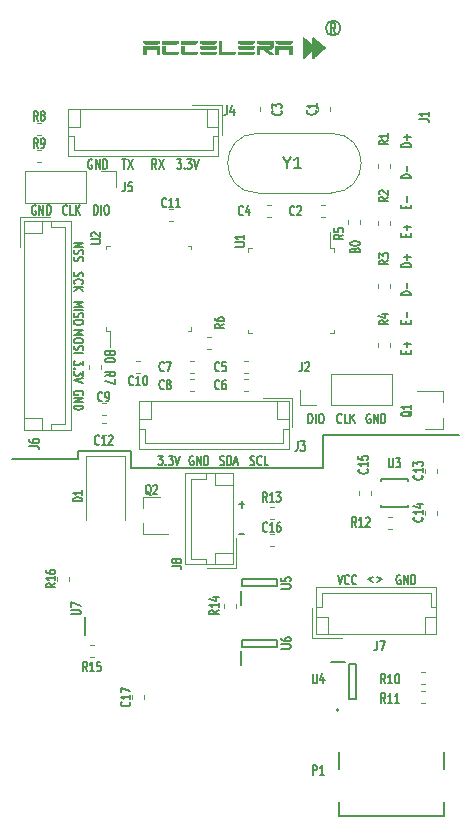
<source format=gbr>
G04 #@! TF.GenerationSoftware,KiCad,Pcbnew,(5.1.6)-1*
G04 #@! TF.CreationDate,2021-04-29T20:29:46-05:00*
G04 #@! TF.ProjectId,EncoderBoard3(1),456e636f-6465-4724-926f-617264332831,v1.0*
G04 #@! TF.SameCoordinates,Original*
G04 #@! TF.FileFunction,Legend,Top*
G04 #@! TF.FilePolarity,Positive*
%FSLAX46Y46*%
G04 Gerber Fmt 4.6, Leading zero omitted, Abs format (unit mm)*
G04 Created by KiCad (PCBNEW (5.1.6)-1) date 2021-04-29 20:29:46*
%MOMM*%
%LPD*%
G01*
G04 APERTURE LIST*
%ADD10C,0.150000*%
%ADD11C,0.152400*%
%ADD12C,0.010000*%
%ADD13C,0.120000*%
%ADD14C,0.200000*%
%ADD15C,0.127000*%
G04 APERTURE END LIST*
D10*
X131953000Y-83362800D02*
G75*
G03*
X131953000Y-83362800I-635000J0D01*
G01*
D11*
X131506685Y-83755895D02*
X131303485Y-83368847D01*
X131158342Y-83755895D02*
X131158342Y-82943095D01*
X131390571Y-82943095D01*
X131448628Y-82981800D01*
X131477657Y-83020504D01*
X131506685Y-83097914D01*
X131506685Y-83214028D01*
X131477657Y-83291438D01*
X131448628Y-83330142D01*
X131390571Y-83368847D01*
X131158342Y-83368847D01*
D10*
X130429000Y-117779800D02*
X141986000Y-117779800D01*
X130429000Y-120573800D02*
X130429000Y-117779800D01*
X114173000Y-120573800D02*
X130429000Y-120573800D01*
X114173000Y-119176800D02*
X114173000Y-120573800D01*
X109728000Y-119176800D02*
X114173000Y-119176800D01*
X109728000Y-119811800D02*
X109728000Y-119176800D01*
X104140000Y-119811800D02*
X109728000Y-119811800D01*
D11*
X137482942Y-108381800D02*
X137482942Y-108178600D01*
X137908695Y-108091514D02*
X137908695Y-108381800D01*
X137095895Y-108381800D01*
X137095895Y-108091514D01*
X137599057Y-107830257D02*
X137599057Y-107365800D01*
X137482942Y-110921800D02*
X137482942Y-110718600D01*
X137908695Y-110631514D02*
X137908695Y-110921800D01*
X137095895Y-110921800D01*
X137095895Y-110631514D01*
X137599057Y-110370257D02*
X137599057Y-109905800D01*
X137908695Y-110138028D02*
X137289419Y-110138028D01*
X137908695Y-105997828D02*
X137095895Y-105997828D01*
X137095895Y-105852685D01*
X137134600Y-105765600D01*
X137212009Y-105707542D01*
X137289419Y-105678514D01*
X137444238Y-105649485D01*
X137560352Y-105649485D01*
X137715171Y-105678514D01*
X137792580Y-105707542D01*
X137869990Y-105765600D01*
X137908695Y-105852685D01*
X137908695Y-105997828D01*
X137599057Y-105388228D02*
X137599057Y-104923771D01*
X137908695Y-103584828D02*
X137095895Y-103584828D01*
X137095895Y-103439685D01*
X137134600Y-103352600D01*
X137212009Y-103294542D01*
X137289419Y-103265514D01*
X137444238Y-103236485D01*
X137560352Y-103236485D01*
X137715171Y-103265514D01*
X137792580Y-103294542D01*
X137869990Y-103352600D01*
X137908695Y-103439685D01*
X137908695Y-103584828D01*
X137599057Y-102975228D02*
X137599057Y-102510771D01*
X137908695Y-102743000D02*
X137289419Y-102743000D01*
X137482942Y-101015800D02*
X137482942Y-100812600D01*
X137908695Y-100725514D02*
X137908695Y-101015800D01*
X137095895Y-101015800D01*
X137095895Y-100725514D01*
X137599057Y-100464257D02*
X137599057Y-99999800D01*
X137908695Y-100232028D02*
X137289419Y-100232028D01*
X137482942Y-98602800D02*
X137482942Y-98399600D01*
X137908695Y-98312514D02*
X137908695Y-98602800D01*
X137095895Y-98602800D01*
X137095895Y-98312514D01*
X137599057Y-98051257D02*
X137599057Y-97586800D01*
X137908695Y-96091828D02*
X137095895Y-96091828D01*
X137095895Y-95946685D01*
X137134600Y-95859600D01*
X137212009Y-95801542D01*
X137289419Y-95772514D01*
X137444238Y-95743485D01*
X137560352Y-95743485D01*
X137715171Y-95772514D01*
X137792580Y-95801542D01*
X137869990Y-95859600D01*
X137908695Y-95946685D01*
X137908695Y-96091828D01*
X137599057Y-95482228D02*
X137599057Y-95017771D01*
X137908695Y-93424828D02*
X137095895Y-93424828D01*
X137095895Y-93279685D01*
X137134600Y-93192600D01*
X137212009Y-93134542D01*
X137289419Y-93105514D01*
X137444238Y-93076485D01*
X137560352Y-93076485D01*
X137715171Y-93105514D01*
X137792580Y-93134542D01*
X137869990Y-93192600D01*
X137908695Y-93279685D01*
X137908695Y-93424828D01*
X137599057Y-92815228D02*
X137599057Y-92350771D01*
X137908695Y-92583000D02*
X137289419Y-92583000D01*
X109360304Y-101531057D02*
X110173104Y-101531057D01*
X109360304Y-101879400D01*
X110173104Y-101879400D01*
X109399009Y-102140657D02*
X109360304Y-102227742D01*
X109360304Y-102372885D01*
X109399009Y-102430942D01*
X109437714Y-102459971D01*
X109515123Y-102489000D01*
X109592533Y-102489000D01*
X109669942Y-102459971D01*
X109708647Y-102430942D01*
X109747352Y-102372885D01*
X109786057Y-102256771D01*
X109824761Y-102198714D01*
X109863466Y-102169685D01*
X109940876Y-102140657D01*
X110018285Y-102140657D01*
X110095695Y-102169685D01*
X110134400Y-102198714D01*
X110173104Y-102256771D01*
X110173104Y-102401914D01*
X110134400Y-102489000D01*
X109399009Y-102721228D02*
X109360304Y-102808314D01*
X109360304Y-102953457D01*
X109399009Y-103011514D01*
X109437714Y-103040542D01*
X109515123Y-103069571D01*
X109592533Y-103069571D01*
X109669942Y-103040542D01*
X109708647Y-103011514D01*
X109747352Y-102953457D01*
X109786057Y-102837342D01*
X109824761Y-102779285D01*
X109863466Y-102750257D01*
X109940876Y-102721228D01*
X110018285Y-102721228D01*
X110095695Y-102750257D01*
X110134400Y-102779285D01*
X110173104Y-102837342D01*
X110173104Y-102982485D01*
X110134400Y-103069571D01*
X109399009Y-104042028D02*
X109360304Y-104129114D01*
X109360304Y-104274257D01*
X109399009Y-104332314D01*
X109437714Y-104361342D01*
X109515123Y-104390371D01*
X109592533Y-104390371D01*
X109669942Y-104361342D01*
X109708647Y-104332314D01*
X109747352Y-104274257D01*
X109786057Y-104158142D01*
X109824761Y-104100085D01*
X109863466Y-104071057D01*
X109940876Y-104042028D01*
X110018285Y-104042028D01*
X110095695Y-104071057D01*
X110134400Y-104100085D01*
X110173104Y-104158142D01*
X110173104Y-104303285D01*
X110134400Y-104390371D01*
X109437714Y-104999971D02*
X109399009Y-104970942D01*
X109360304Y-104883857D01*
X109360304Y-104825800D01*
X109399009Y-104738714D01*
X109476419Y-104680657D01*
X109553828Y-104651628D01*
X109708647Y-104622600D01*
X109824761Y-104622600D01*
X109979580Y-104651628D01*
X110056990Y-104680657D01*
X110134400Y-104738714D01*
X110173104Y-104825800D01*
X110173104Y-104883857D01*
X110134400Y-104970942D01*
X110095695Y-104999971D01*
X109360304Y-105261228D02*
X110173104Y-105261228D01*
X109360304Y-105609571D02*
X109824761Y-105348314D01*
X110173104Y-105609571D02*
X109708647Y-105261228D01*
X109360304Y-106534857D02*
X110173104Y-106534857D01*
X109592533Y-106738057D01*
X110173104Y-106941257D01*
X109360304Y-106941257D01*
X109360304Y-107231542D02*
X110173104Y-107231542D01*
X109399009Y-107492800D02*
X109360304Y-107579885D01*
X109360304Y-107725028D01*
X109399009Y-107783085D01*
X109437714Y-107812114D01*
X109515123Y-107841142D01*
X109592533Y-107841142D01*
X109669942Y-107812114D01*
X109708647Y-107783085D01*
X109747352Y-107725028D01*
X109786057Y-107608914D01*
X109824761Y-107550857D01*
X109863466Y-107521828D01*
X109940876Y-107492800D01*
X110018285Y-107492800D01*
X110095695Y-107521828D01*
X110134400Y-107550857D01*
X110173104Y-107608914D01*
X110173104Y-107754057D01*
X110134400Y-107841142D01*
X110173104Y-108218514D02*
X110173104Y-108334628D01*
X110134400Y-108392685D01*
X110056990Y-108450742D01*
X109902171Y-108479771D01*
X109631238Y-108479771D01*
X109476419Y-108450742D01*
X109399009Y-108392685D01*
X109360304Y-108334628D01*
X109360304Y-108218514D01*
X109399009Y-108160457D01*
X109476419Y-108102400D01*
X109631238Y-108073371D01*
X109902171Y-108073371D01*
X110056990Y-108102400D01*
X110134400Y-108160457D01*
X110173104Y-108218514D01*
X109360304Y-108947857D02*
X110173104Y-108947857D01*
X109592533Y-109151057D01*
X110173104Y-109354257D01*
X109360304Y-109354257D01*
X110173104Y-109760657D02*
X110173104Y-109876771D01*
X110134400Y-109934828D01*
X110056990Y-109992885D01*
X109902171Y-110021914D01*
X109631238Y-110021914D01*
X109476419Y-109992885D01*
X109399009Y-109934828D01*
X109360304Y-109876771D01*
X109360304Y-109760657D01*
X109399009Y-109702600D01*
X109476419Y-109644542D01*
X109631238Y-109615514D01*
X109902171Y-109615514D01*
X110056990Y-109644542D01*
X110134400Y-109702600D01*
X110173104Y-109760657D01*
X109399009Y-110254142D02*
X109360304Y-110341228D01*
X109360304Y-110486371D01*
X109399009Y-110544428D01*
X109437714Y-110573457D01*
X109515123Y-110602485D01*
X109592533Y-110602485D01*
X109669942Y-110573457D01*
X109708647Y-110544428D01*
X109747352Y-110486371D01*
X109786057Y-110370257D01*
X109824761Y-110312200D01*
X109863466Y-110283171D01*
X109940876Y-110254142D01*
X110018285Y-110254142D01*
X110095695Y-110283171D01*
X110134400Y-110312200D01*
X110173104Y-110370257D01*
X110173104Y-110515400D01*
X110134400Y-110602485D01*
X109360304Y-110863742D02*
X110173104Y-110863742D01*
X110134400Y-114394342D02*
X110173104Y-114336285D01*
X110173104Y-114249200D01*
X110134400Y-114162114D01*
X110056990Y-114104057D01*
X109979580Y-114075028D01*
X109824761Y-114046000D01*
X109708647Y-114046000D01*
X109553828Y-114075028D01*
X109476419Y-114104057D01*
X109399009Y-114162114D01*
X109360304Y-114249200D01*
X109360304Y-114307257D01*
X109399009Y-114394342D01*
X109437714Y-114423371D01*
X109708647Y-114423371D01*
X109708647Y-114307257D01*
X109360304Y-114684628D02*
X110173104Y-114684628D01*
X109360304Y-115032971D01*
X110173104Y-115032971D01*
X109360304Y-115323257D02*
X110173104Y-115323257D01*
X110173104Y-115468400D01*
X110134400Y-115555485D01*
X110056990Y-115613542D01*
X109979580Y-115642571D01*
X109824761Y-115671600D01*
X109708647Y-115671600D01*
X109553828Y-115642571D01*
X109476419Y-115613542D01*
X109399009Y-115555485D01*
X109360304Y-115468400D01*
X109360304Y-115323257D01*
X110173104Y-111545914D02*
X110173104Y-111923285D01*
X109863466Y-111720085D01*
X109863466Y-111807171D01*
X109824761Y-111865228D01*
X109786057Y-111894257D01*
X109708647Y-111923285D01*
X109515123Y-111923285D01*
X109437714Y-111894257D01*
X109399009Y-111865228D01*
X109360304Y-111807171D01*
X109360304Y-111633000D01*
X109399009Y-111574942D01*
X109437714Y-111545914D01*
X109437714Y-112184542D02*
X109399009Y-112213571D01*
X109360304Y-112184542D01*
X109399009Y-112155514D01*
X109437714Y-112184542D01*
X109360304Y-112184542D01*
X110173104Y-112416771D02*
X110173104Y-112794142D01*
X109863466Y-112590942D01*
X109863466Y-112678028D01*
X109824761Y-112736085D01*
X109786057Y-112765114D01*
X109708647Y-112794142D01*
X109515123Y-112794142D01*
X109437714Y-112765114D01*
X109399009Y-112736085D01*
X109360304Y-112678028D01*
X109360304Y-112503857D01*
X109399009Y-112445800D01*
X109437714Y-112416771D01*
X110173104Y-112968314D02*
X109360304Y-113171514D01*
X110173104Y-113374714D01*
X116357400Y-95287495D02*
X116154200Y-94900447D01*
X116009057Y-95287495D02*
X116009057Y-94474695D01*
X116241285Y-94474695D01*
X116299342Y-94513400D01*
X116328371Y-94552104D01*
X116357400Y-94629514D01*
X116357400Y-94745628D01*
X116328371Y-94823038D01*
X116299342Y-94861742D01*
X116241285Y-94900447D01*
X116009057Y-94900447D01*
X116560600Y-94474695D02*
X116967000Y-95287495D01*
X116967000Y-94474695D02*
X116560600Y-95287495D01*
X113454542Y-94474695D02*
X113802885Y-94474695D01*
X113628714Y-95287495D02*
X113628714Y-94474695D01*
X113948028Y-94474695D02*
X114354428Y-95287495D01*
X114354428Y-94474695D02*
X113948028Y-95287495D01*
X110914542Y-94513400D02*
X110856485Y-94474695D01*
X110769400Y-94474695D01*
X110682314Y-94513400D01*
X110624257Y-94590809D01*
X110595228Y-94668219D01*
X110566200Y-94823038D01*
X110566200Y-94939152D01*
X110595228Y-95093971D01*
X110624257Y-95171380D01*
X110682314Y-95248790D01*
X110769400Y-95287495D01*
X110827457Y-95287495D01*
X110914542Y-95248790D01*
X110943571Y-95210085D01*
X110943571Y-94939152D01*
X110827457Y-94939152D01*
X111204828Y-95287495D02*
X111204828Y-94474695D01*
X111553171Y-95287495D01*
X111553171Y-94474695D01*
X111843457Y-95287495D02*
X111843457Y-94474695D01*
X111988600Y-94474695D01*
X112075685Y-94513400D01*
X112133742Y-94590809D01*
X112162771Y-94668219D01*
X112191800Y-94823038D01*
X112191800Y-94939152D01*
X112162771Y-95093971D01*
X112133742Y-95171380D01*
X112075685Y-95248790D01*
X111988600Y-95287495D01*
X111843457Y-95287495D01*
X118099114Y-94474695D02*
X118476485Y-94474695D01*
X118273285Y-94784333D01*
X118360371Y-94784333D01*
X118418428Y-94823038D01*
X118447457Y-94861742D01*
X118476485Y-94939152D01*
X118476485Y-95132676D01*
X118447457Y-95210085D01*
X118418428Y-95248790D01*
X118360371Y-95287495D01*
X118186200Y-95287495D01*
X118128142Y-95248790D01*
X118099114Y-95210085D01*
X118737742Y-95210085D02*
X118766771Y-95248790D01*
X118737742Y-95287495D01*
X118708714Y-95248790D01*
X118737742Y-95210085D01*
X118737742Y-95287495D01*
X118969971Y-94474695D02*
X119347342Y-94474695D01*
X119144142Y-94784333D01*
X119231228Y-94784333D01*
X119289285Y-94823038D01*
X119318314Y-94861742D01*
X119347342Y-94939152D01*
X119347342Y-95132676D01*
X119318314Y-95210085D01*
X119289285Y-95248790D01*
X119231228Y-95287495D01*
X119057057Y-95287495D01*
X118999000Y-95248790D01*
X118969971Y-95210085D01*
X119521514Y-94474695D02*
X119724714Y-95287495D01*
X119927914Y-94474695D01*
X116511614Y-119557195D02*
X116888985Y-119557195D01*
X116685785Y-119866833D01*
X116772871Y-119866833D01*
X116830928Y-119905538D01*
X116859957Y-119944242D01*
X116888985Y-120021652D01*
X116888985Y-120215176D01*
X116859957Y-120292585D01*
X116830928Y-120331290D01*
X116772871Y-120369995D01*
X116598700Y-120369995D01*
X116540642Y-120331290D01*
X116511614Y-120292585D01*
X117150242Y-120292585D02*
X117179271Y-120331290D01*
X117150242Y-120369995D01*
X117121214Y-120331290D01*
X117150242Y-120292585D01*
X117150242Y-120369995D01*
X117382471Y-119557195D02*
X117759842Y-119557195D01*
X117556642Y-119866833D01*
X117643728Y-119866833D01*
X117701785Y-119905538D01*
X117730814Y-119944242D01*
X117759842Y-120021652D01*
X117759842Y-120215176D01*
X117730814Y-120292585D01*
X117701785Y-120331290D01*
X117643728Y-120369995D01*
X117469557Y-120369995D01*
X117411500Y-120331290D01*
X117382471Y-120292585D01*
X117934014Y-119557195D02*
X118137214Y-120369995D01*
X118340414Y-119557195D01*
X119487042Y-119595900D02*
X119428985Y-119557195D01*
X119341900Y-119557195D01*
X119254814Y-119595900D01*
X119196757Y-119673309D01*
X119167728Y-119750719D01*
X119138700Y-119905538D01*
X119138700Y-120021652D01*
X119167728Y-120176471D01*
X119196757Y-120253880D01*
X119254814Y-120331290D01*
X119341900Y-120369995D01*
X119399957Y-120369995D01*
X119487042Y-120331290D01*
X119516071Y-120292585D01*
X119516071Y-120021652D01*
X119399957Y-120021652D01*
X119777328Y-120369995D02*
X119777328Y-119557195D01*
X120125671Y-120369995D01*
X120125671Y-119557195D01*
X120415957Y-120369995D02*
X120415957Y-119557195D01*
X120561100Y-119557195D01*
X120648185Y-119595900D01*
X120706242Y-119673309D01*
X120735271Y-119750719D01*
X120764300Y-119905538D01*
X120764300Y-120021652D01*
X120735271Y-120176471D01*
X120706242Y-120253880D01*
X120648185Y-120331290D01*
X120561100Y-120369995D01*
X120415957Y-120369995D01*
X121751271Y-120331290D02*
X121838357Y-120369995D01*
X121983500Y-120369995D01*
X122041557Y-120331290D01*
X122070585Y-120292585D01*
X122099614Y-120215176D01*
X122099614Y-120137766D01*
X122070585Y-120060357D01*
X122041557Y-120021652D01*
X121983500Y-119982947D01*
X121867385Y-119944242D01*
X121809328Y-119905538D01*
X121780300Y-119866833D01*
X121751271Y-119789423D01*
X121751271Y-119712014D01*
X121780300Y-119634604D01*
X121809328Y-119595900D01*
X121867385Y-119557195D01*
X122012528Y-119557195D01*
X122099614Y-119595900D01*
X122360871Y-120369995D02*
X122360871Y-119557195D01*
X122506014Y-119557195D01*
X122593100Y-119595900D01*
X122651157Y-119673309D01*
X122680185Y-119750719D01*
X122709214Y-119905538D01*
X122709214Y-120021652D01*
X122680185Y-120176471D01*
X122651157Y-120253880D01*
X122593100Y-120331290D01*
X122506014Y-120369995D01*
X122360871Y-120369995D01*
X122941442Y-120137766D02*
X123231728Y-120137766D01*
X122883385Y-120369995D02*
X123086585Y-119557195D01*
X123289785Y-120369995D01*
X124305785Y-120331290D02*
X124392871Y-120369995D01*
X124538014Y-120369995D01*
X124596071Y-120331290D01*
X124625100Y-120292585D01*
X124654128Y-120215176D01*
X124654128Y-120137766D01*
X124625100Y-120060357D01*
X124596071Y-120021652D01*
X124538014Y-119982947D01*
X124421900Y-119944242D01*
X124363842Y-119905538D01*
X124334814Y-119866833D01*
X124305785Y-119789423D01*
X124305785Y-119712014D01*
X124334814Y-119634604D01*
X124363842Y-119595900D01*
X124421900Y-119557195D01*
X124567042Y-119557195D01*
X124654128Y-119595900D01*
X125263728Y-120292585D02*
X125234700Y-120331290D01*
X125147614Y-120369995D01*
X125089557Y-120369995D01*
X125002471Y-120331290D01*
X124944414Y-120253880D01*
X124915385Y-120176471D01*
X124886357Y-120021652D01*
X124886357Y-119905538D01*
X124915385Y-119750719D01*
X124944414Y-119673309D01*
X125002471Y-119595900D01*
X125089557Y-119557195D01*
X125147614Y-119557195D01*
X125234700Y-119595900D01*
X125263728Y-119634604D01*
X125815271Y-120369995D02*
X125524985Y-120369995D01*
X125524985Y-119557195D01*
X134473042Y-116039900D02*
X134414985Y-116001195D01*
X134327900Y-116001195D01*
X134240814Y-116039900D01*
X134182757Y-116117309D01*
X134153728Y-116194719D01*
X134124700Y-116349538D01*
X134124700Y-116465652D01*
X134153728Y-116620471D01*
X134182757Y-116697880D01*
X134240814Y-116775290D01*
X134327900Y-116813995D01*
X134385957Y-116813995D01*
X134473042Y-116775290D01*
X134502071Y-116736585D01*
X134502071Y-116465652D01*
X134385957Y-116465652D01*
X134763328Y-116813995D02*
X134763328Y-116001195D01*
X135111671Y-116813995D01*
X135111671Y-116001195D01*
X135401957Y-116813995D02*
X135401957Y-116001195D01*
X135547100Y-116001195D01*
X135634185Y-116039900D01*
X135692242Y-116117309D01*
X135721271Y-116194719D01*
X135750300Y-116349538D01*
X135750300Y-116465652D01*
X135721271Y-116620471D01*
X135692242Y-116697880D01*
X135634185Y-116775290D01*
X135547100Y-116813995D01*
X135401957Y-116813995D01*
X132034642Y-116736585D02*
X132005614Y-116775290D01*
X131918528Y-116813995D01*
X131860471Y-116813995D01*
X131773385Y-116775290D01*
X131715328Y-116697880D01*
X131686300Y-116620471D01*
X131657271Y-116465652D01*
X131657271Y-116349538D01*
X131686300Y-116194719D01*
X131715328Y-116117309D01*
X131773385Y-116039900D01*
X131860471Y-116001195D01*
X131918528Y-116001195D01*
X132005614Y-116039900D01*
X132034642Y-116078604D01*
X132586185Y-116813995D02*
X132295900Y-116813995D01*
X132295900Y-116001195D01*
X132789385Y-116813995D02*
X132789385Y-116001195D01*
X133137728Y-116813995D02*
X132876471Y-116349538D01*
X133137728Y-116001195D02*
X132789385Y-116465652D01*
X129233385Y-116813995D02*
X129233385Y-116001195D01*
X129378528Y-116001195D01*
X129465614Y-116039900D01*
X129523671Y-116117309D01*
X129552700Y-116194719D01*
X129581728Y-116349538D01*
X129581728Y-116465652D01*
X129552700Y-116620471D01*
X129523671Y-116697880D01*
X129465614Y-116775290D01*
X129378528Y-116813995D01*
X129233385Y-116813995D01*
X129842985Y-116813995D02*
X129842985Y-116001195D01*
X130249385Y-116001195D02*
X130365500Y-116001195D01*
X130423557Y-116039900D01*
X130481614Y-116117309D01*
X130510642Y-116272128D01*
X130510642Y-116543061D01*
X130481614Y-116697880D01*
X130423557Y-116775290D01*
X130365500Y-116813995D01*
X130249385Y-116813995D01*
X130191328Y-116775290D01*
X130133271Y-116697880D01*
X130104242Y-116543061D01*
X130104242Y-116272128D01*
X130133271Y-116117309D01*
X130191328Y-116039900D01*
X130249385Y-116001195D01*
X111072385Y-99160995D02*
X111072385Y-98348195D01*
X111217528Y-98348195D01*
X111304614Y-98386900D01*
X111362671Y-98464309D01*
X111391700Y-98541719D01*
X111420728Y-98696538D01*
X111420728Y-98812652D01*
X111391700Y-98967471D01*
X111362671Y-99044880D01*
X111304614Y-99122290D01*
X111217528Y-99160995D01*
X111072385Y-99160995D01*
X111681985Y-99160995D02*
X111681985Y-98348195D01*
X112088385Y-98348195D02*
X112204500Y-98348195D01*
X112262557Y-98386900D01*
X112320614Y-98464309D01*
X112349642Y-98619128D01*
X112349642Y-98890061D01*
X112320614Y-99044880D01*
X112262557Y-99122290D01*
X112204500Y-99160995D01*
X112088385Y-99160995D01*
X112030328Y-99122290D01*
X111972271Y-99044880D01*
X111943242Y-98890061D01*
X111943242Y-98619128D01*
X111972271Y-98464309D01*
X112030328Y-98386900D01*
X112088385Y-98348195D01*
X108793642Y-99083585D02*
X108764614Y-99122290D01*
X108677528Y-99160995D01*
X108619471Y-99160995D01*
X108532385Y-99122290D01*
X108474328Y-99044880D01*
X108445300Y-98967471D01*
X108416271Y-98812652D01*
X108416271Y-98696538D01*
X108445300Y-98541719D01*
X108474328Y-98464309D01*
X108532385Y-98386900D01*
X108619471Y-98348195D01*
X108677528Y-98348195D01*
X108764614Y-98386900D01*
X108793642Y-98425604D01*
X109345185Y-99160995D02*
X109054900Y-99160995D01*
X109054900Y-98348195D01*
X109548385Y-99160995D02*
X109548385Y-98348195D01*
X109896728Y-99160995D02*
X109635471Y-98696538D01*
X109896728Y-98348195D02*
X109548385Y-98812652D01*
X106152042Y-98386900D02*
X106093985Y-98348195D01*
X106006900Y-98348195D01*
X105919814Y-98386900D01*
X105861757Y-98464309D01*
X105832728Y-98541719D01*
X105803700Y-98696538D01*
X105803700Y-98812652D01*
X105832728Y-98967471D01*
X105861757Y-99044880D01*
X105919814Y-99122290D01*
X106006900Y-99160995D01*
X106064957Y-99160995D01*
X106152042Y-99122290D01*
X106181071Y-99083585D01*
X106181071Y-98812652D01*
X106064957Y-98812652D01*
X106442328Y-99160995D02*
X106442328Y-98348195D01*
X106790671Y-99160995D01*
X106790671Y-98348195D01*
X107080957Y-99160995D02*
X107080957Y-98348195D01*
X107226100Y-98348195D01*
X107313185Y-98386900D01*
X107371242Y-98464309D01*
X107400271Y-98541719D01*
X107429300Y-98696538D01*
X107429300Y-98812652D01*
X107400271Y-98967471D01*
X107371242Y-99044880D01*
X107313185Y-99122290D01*
X107226100Y-99160995D01*
X107080957Y-99160995D01*
X112453057Y-110929057D02*
X112414352Y-111016142D01*
X112375647Y-111045171D01*
X112298238Y-111074200D01*
X112182123Y-111074200D01*
X112104714Y-111045171D01*
X112066009Y-111016142D01*
X112027304Y-110958085D01*
X112027304Y-110725857D01*
X112840104Y-110725857D01*
X112840104Y-110929057D01*
X112801400Y-110987114D01*
X112762695Y-111016142D01*
X112685285Y-111045171D01*
X112607876Y-111045171D01*
X112530466Y-111016142D01*
X112491761Y-110987114D01*
X112453057Y-110929057D01*
X112453057Y-110725857D01*
X112840104Y-111451571D02*
X112840104Y-111509628D01*
X112801400Y-111567685D01*
X112762695Y-111596714D01*
X112685285Y-111625742D01*
X112530466Y-111654771D01*
X112336942Y-111654771D01*
X112182123Y-111625742D01*
X112104714Y-111596714D01*
X112066009Y-111567685D01*
X112027304Y-111509628D01*
X112027304Y-111451571D01*
X112066009Y-111393514D01*
X112104714Y-111364485D01*
X112182123Y-111335457D01*
X112336942Y-111306428D01*
X112530466Y-111306428D01*
X112685285Y-111335457D01*
X112762695Y-111364485D01*
X112801400Y-111393514D01*
X112840104Y-111451571D01*
X133164942Y-102151542D02*
X133203647Y-102064457D01*
X133242352Y-102035428D01*
X133319761Y-102006400D01*
X133435876Y-102006400D01*
X133513285Y-102035428D01*
X133551990Y-102064457D01*
X133590695Y-102122514D01*
X133590695Y-102354742D01*
X132777895Y-102354742D01*
X132777895Y-102151542D01*
X132816600Y-102093485D01*
X132855304Y-102064457D01*
X132932714Y-102035428D01*
X133010123Y-102035428D01*
X133087533Y-102064457D01*
X133126238Y-102093485D01*
X133164942Y-102151542D01*
X133164942Y-102354742D01*
X132777895Y-101629028D02*
X132777895Y-101570971D01*
X132816600Y-101512914D01*
X132855304Y-101483885D01*
X132932714Y-101454857D01*
X133087533Y-101425828D01*
X133281057Y-101425828D01*
X133435876Y-101454857D01*
X133513285Y-101483885D01*
X133551990Y-101512914D01*
X133590695Y-101570971D01*
X133590695Y-101629028D01*
X133551990Y-101687085D01*
X133513285Y-101716114D01*
X133435876Y-101745142D01*
X133281057Y-101774171D01*
X133087533Y-101774171D01*
X132932714Y-101745142D01*
X132855304Y-101716114D01*
X132816600Y-101687085D01*
X132777895Y-101629028D01*
X135019142Y-130272971D02*
X135483600Y-130040742D01*
X135019142Y-129808514D01*
X134728857Y-130272971D02*
X134264400Y-130040742D01*
X134728857Y-129808514D01*
X137013042Y-129692400D02*
X136954985Y-129653695D01*
X136867900Y-129653695D01*
X136780814Y-129692400D01*
X136722757Y-129769809D01*
X136693728Y-129847219D01*
X136664700Y-130002038D01*
X136664700Y-130118152D01*
X136693728Y-130272971D01*
X136722757Y-130350380D01*
X136780814Y-130427790D01*
X136867900Y-130466495D01*
X136925957Y-130466495D01*
X137013042Y-130427790D01*
X137042071Y-130389085D01*
X137042071Y-130118152D01*
X136925957Y-130118152D01*
X137303328Y-130466495D02*
X137303328Y-129653695D01*
X137651671Y-130466495D01*
X137651671Y-129653695D01*
X137941957Y-130466495D02*
X137941957Y-129653695D01*
X138087100Y-129653695D01*
X138174185Y-129692400D01*
X138232242Y-129769809D01*
X138261271Y-129847219D01*
X138290300Y-130002038D01*
X138290300Y-130118152D01*
X138261271Y-130272971D01*
X138232242Y-130350380D01*
X138174185Y-130427790D01*
X138087100Y-130466495D01*
X137941957Y-130466495D01*
X131711700Y-129653695D02*
X131914900Y-130466495D01*
X132118100Y-129653695D01*
X132669642Y-130389085D02*
X132640614Y-130427790D01*
X132553528Y-130466495D01*
X132495471Y-130466495D01*
X132408385Y-130427790D01*
X132350328Y-130350380D01*
X132321300Y-130272971D01*
X132292271Y-130118152D01*
X132292271Y-130002038D01*
X132321300Y-129847219D01*
X132350328Y-129769809D01*
X132408385Y-129692400D01*
X132495471Y-129653695D01*
X132553528Y-129653695D01*
X132640614Y-129692400D01*
X132669642Y-129731104D01*
X133279242Y-130389085D02*
X133250214Y-130427790D01*
X133163128Y-130466495D01*
X133105071Y-130466495D01*
X133017985Y-130427790D01*
X132959928Y-130350380D01*
X132930900Y-130272971D01*
X132901871Y-130118152D01*
X132901871Y-130002038D01*
X132930900Y-129847219D01*
X132959928Y-129769809D01*
X133017985Y-129692400D01*
X133105071Y-129653695D01*
X133163128Y-129653695D01*
X133250214Y-129692400D01*
X133279242Y-129731104D01*
X123338771Y-126219857D02*
X123803228Y-126219857D01*
X123338771Y-123679857D02*
X123803228Y-123679857D01*
X123571000Y-123989495D02*
X123571000Y-123370219D01*
D12*
G36*
X129617521Y-84140656D02*
G01*
X129624189Y-84142908D01*
X129625883Y-84143841D01*
X129628052Y-84145649D01*
X129633552Y-84150376D01*
X129642242Y-84157897D01*
X129653980Y-84168090D01*
X129668623Y-84180830D01*
X129686029Y-84195993D01*
X129706056Y-84213454D01*
X129728562Y-84233090D01*
X129753406Y-84254777D01*
X129780444Y-84278390D01*
X129809535Y-84303805D01*
X129840536Y-84330899D01*
X129873307Y-84359547D01*
X129907704Y-84389625D01*
X129943585Y-84421009D01*
X129980809Y-84453575D01*
X130019234Y-84487199D01*
X130058716Y-84521757D01*
X130099115Y-84557125D01*
X130110346Y-84566958D01*
X130162736Y-84612842D01*
X130211716Y-84655762D01*
X130257359Y-84695783D01*
X130299740Y-84732970D01*
X130338932Y-84767390D01*
X130375010Y-84799107D01*
X130408047Y-84828189D01*
X130438119Y-84854699D01*
X130465299Y-84878705D01*
X130489661Y-84900271D01*
X130511280Y-84919463D01*
X130530230Y-84936348D01*
X130546584Y-84950990D01*
X130560416Y-84963455D01*
X130571802Y-84973809D01*
X130580815Y-84982118D01*
X130587530Y-84988447D01*
X130592019Y-84992862D01*
X130594359Y-84995428D01*
X130594677Y-84995892D01*
X130599179Y-85007378D01*
X130599542Y-85018455D01*
X130595662Y-85029521D01*
X130587435Y-85040973D01*
X130581079Y-85047522D01*
X130577109Y-85051174D01*
X130569937Y-85057626D01*
X130559734Y-85066728D01*
X130546673Y-85078329D01*
X130530926Y-85092279D01*
X130512663Y-85108426D01*
X130492058Y-85126619D01*
X130469282Y-85146709D01*
X130444507Y-85168544D01*
X130417904Y-85191973D01*
X130389646Y-85216846D01*
X130359905Y-85243012D01*
X130328852Y-85270319D01*
X130296659Y-85298618D01*
X130263498Y-85327758D01*
X130229541Y-85357587D01*
X130194960Y-85387955D01*
X130159927Y-85418711D01*
X130124613Y-85449705D01*
X130089190Y-85480785D01*
X130053831Y-85511801D01*
X130018707Y-85542602D01*
X129983990Y-85573037D01*
X129949852Y-85602956D01*
X129916464Y-85632207D01*
X129884000Y-85660641D01*
X129852629Y-85688105D01*
X129822525Y-85714450D01*
X129793859Y-85739524D01*
X129766803Y-85763177D01*
X129741530Y-85785259D01*
X129718209Y-85805617D01*
X129697015Y-85824102D01*
X129678118Y-85840562D01*
X129661691Y-85854848D01*
X129647904Y-85866807D01*
X129636931Y-85876290D01*
X129628943Y-85883145D01*
X129624112Y-85887222D01*
X129622632Y-85888384D01*
X129613671Y-85890742D01*
X129602153Y-85890793D01*
X129593359Y-85889714D01*
X129587277Y-85887564D01*
X129582017Y-85883638D01*
X129581363Y-85883025D01*
X129576157Y-85877587D01*
X129572161Y-85872583D01*
X129571551Y-85871627D01*
X129571148Y-85869679D01*
X129570773Y-85865168D01*
X129570423Y-85857940D01*
X129570098Y-85847840D01*
X129569794Y-85834714D01*
X129569511Y-85818409D01*
X129569247Y-85798770D01*
X129568999Y-85775643D01*
X129568767Y-85748875D01*
X129568548Y-85718310D01*
X129568341Y-85683797D01*
X129568143Y-85645179D01*
X129567954Y-85602303D01*
X129567770Y-85555016D01*
X129567709Y-85537944D01*
X129566555Y-85208879D01*
X129183246Y-85545644D01*
X129146920Y-85577541D01*
X129111446Y-85608658D01*
X129076985Y-85638855D01*
X129043697Y-85667991D01*
X129011743Y-85695928D01*
X128981285Y-85722523D01*
X128952483Y-85747639D01*
X128925499Y-85771135D01*
X128900494Y-85792870D01*
X128877628Y-85812706D01*
X128857063Y-85830501D01*
X128838959Y-85846117D01*
X128823478Y-85859413D01*
X128810781Y-85870249D01*
X128801029Y-85878485D01*
X128794382Y-85883982D01*
X128791002Y-85886599D01*
X128790700Y-85886780D01*
X128779497Y-85890537D01*
X128768969Y-85890390D01*
X128757628Y-85886307D01*
X128757130Y-85886059D01*
X128748313Y-85880034D01*
X128742141Y-85871544D01*
X128741632Y-85870560D01*
X128736437Y-85860257D01*
X128736487Y-85015042D01*
X128736492Y-84940785D01*
X128736498Y-84871005D01*
X128736505Y-84805561D01*
X128736515Y-84744312D01*
X128736528Y-84687118D01*
X128736545Y-84633838D01*
X128736567Y-84584330D01*
X128736594Y-84538454D01*
X128736627Y-84496068D01*
X128736667Y-84457032D01*
X128736715Y-84421206D01*
X128736771Y-84388446D01*
X128736836Y-84358614D01*
X128736911Y-84331568D01*
X128736997Y-84307167D01*
X128737094Y-84285271D01*
X128737203Y-84265737D01*
X128737324Y-84248426D01*
X128737460Y-84233196D01*
X128737609Y-84219906D01*
X128737774Y-84208416D01*
X128737954Y-84198585D01*
X128738151Y-84190271D01*
X128738364Y-84183334D01*
X128738596Y-84177632D01*
X128738847Y-84173026D01*
X128739117Y-84169373D01*
X128739407Y-84166533D01*
X128739718Y-84164365D01*
X128740051Y-84162728D01*
X128740406Y-84161482D01*
X128740785Y-84160484D01*
X128740971Y-84160061D01*
X128747841Y-84150153D01*
X128757560Y-84143141D01*
X128769039Y-84139512D01*
X128781186Y-84139753D01*
X128784573Y-84140584D01*
X128786647Y-84141810D01*
X128790804Y-84144899D01*
X128797128Y-84149925D01*
X128805705Y-84156960D01*
X128816617Y-84166076D01*
X128829949Y-84177347D01*
X128845786Y-84190844D01*
X128864211Y-84206641D01*
X128885308Y-84224809D01*
X128909162Y-84245422D01*
X128935857Y-84268551D01*
X128965477Y-84294270D01*
X128998107Y-84322651D01*
X129033830Y-84353766D01*
X129072730Y-84387688D01*
X129114893Y-84424490D01*
X129160401Y-84464244D01*
X129179782Y-84481182D01*
X129566555Y-84819252D01*
X129567709Y-84492231D01*
X129567870Y-84446894D01*
X129568020Y-84405947D01*
X129568162Y-84369158D01*
X129568300Y-84336299D01*
X129568439Y-84307139D01*
X129568583Y-84281449D01*
X129568735Y-84258999D01*
X129568899Y-84239560D01*
X129569080Y-84222902D01*
X129569282Y-84208796D01*
X129569507Y-84197011D01*
X129569762Y-84187319D01*
X129570048Y-84179489D01*
X129570372Y-84173292D01*
X129570735Y-84168498D01*
X129571143Y-84164878D01*
X129571599Y-84162202D01*
X129572108Y-84160240D01*
X129572673Y-84158763D01*
X129573299Y-84157540D01*
X129573535Y-84157127D01*
X129580987Y-84148517D01*
X129591301Y-84142364D01*
X129603070Y-84139360D01*
X129609719Y-84139306D01*
X129617521Y-84140656D01*
G37*
X129617521Y-84140656D02*
X129624189Y-84142908D01*
X129625883Y-84143841D01*
X129628052Y-84145649D01*
X129633552Y-84150376D01*
X129642242Y-84157897D01*
X129653980Y-84168090D01*
X129668623Y-84180830D01*
X129686029Y-84195993D01*
X129706056Y-84213454D01*
X129728562Y-84233090D01*
X129753406Y-84254777D01*
X129780444Y-84278390D01*
X129809535Y-84303805D01*
X129840536Y-84330899D01*
X129873307Y-84359547D01*
X129907704Y-84389625D01*
X129943585Y-84421009D01*
X129980809Y-84453575D01*
X130019234Y-84487199D01*
X130058716Y-84521757D01*
X130099115Y-84557125D01*
X130110346Y-84566958D01*
X130162736Y-84612842D01*
X130211716Y-84655762D01*
X130257359Y-84695783D01*
X130299740Y-84732970D01*
X130338932Y-84767390D01*
X130375010Y-84799107D01*
X130408047Y-84828189D01*
X130438119Y-84854699D01*
X130465299Y-84878705D01*
X130489661Y-84900271D01*
X130511280Y-84919463D01*
X130530230Y-84936348D01*
X130546584Y-84950990D01*
X130560416Y-84963455D01*
X130571802Y-84973809D01*
X130580815Y-84982118D01*
X130587530Y-84988447D01*
X130592019Y-84992862D01*
X130594359Y-84995428D01*
X130594677Y-84995892D01*
X130599179Y-85007378D01*
X130599542Y-85018455D01*
X130595662Y-85029521D01*
X130587435Y-85040973D01*
X130581079Y-85047522D01*
X130577109Y-85051174D01*
X130569937Y-85057626D01*
X130559734Y-85066728D01*
X130546673Y-85078329D01*
X130530926Y-85092279D01*
X130512663Y-85108426D01*
X130492058Y-85126619D01*
X130469282Y-85146709D01*
X130444507Y-85168544D01*
X130417904Y-85191973D01*
X130389646Y-85216846D01*
X130359905Y-85243012D01*
X130328852Y-85270319D01*
X130296659Y-85298618D01*
X130263498Y-85327758D01*
X130229541Y-85357587D01*
X130194960Y-85387955D01*
X130159927Y-85418711D01*
X130124613Y-85449705D01*
X130089190Y-85480785D01*
X130053831Y-85511801D01*
X130018707Y-85542602D01*
X129983990Y-85573037D01*
X129949852Y-85602956D01*
X129916464Y-85632207D01*
X129884000Y-85660641D01*
X129852629Y-85688105D01*
X129822525Y-85714450D01*
X129793859Y-85739524D01*
X129766803Y-85763177D01*
X129741530Y-85785259D01*
X129718209Y-85805617D01*
X129697015Y-85824102D01*
X129678118Y-85840562D01*
X129661691Y-85854848D01*
X129647904Y-85866807D01*
X129636931Y-85876290D01*
X129628943Y-85883145D01*
X129624112Y-85887222D01*
X129622632Y-85888384D01*
X129613671Y-85890742D01*
X129602153Y-85890793D01*
X129593359Y-85889714D01*
X129587277Y-85887564D01*
X129582017Y-85883638D01*
X129581363Y-85883025D01*
X129576157Y-85877587D01*
X129572161Y-85872583D01*
X129571551Y-85871627D01*
X129571148Y-85869679D01*
X129570773Y-85865168D01*
X129570423Y-85857940D01*
X129570098Y-85847840D01*
X129569794Y-85834714D01*
X129569511Y-85818409D01*
X129569247Y-85798770D01*
X129568999Y-85775643D01*
X129568767Y-85748875D01*
X129568548Y-85718310D01*
X129568341Y-85683797D01*
X129568143Y-85645179D01*
X129567954Y-85602303D01*
X129567770Y-85555016D01*
X129567709Y-85537944D01*
X129566555Y-85208879D01*
X129183246Y-85545644D01*
X129146920Y-85577541D01*
X129111446Y-85608658D01*
X129076985Y-85638855D01*
X129043697Y-85667991D01*
X129011743Y-85695928D01*
X128981285Y-85722523D01*
X128952483Y-85747639D01*
X128925499Y-85771135D01*
X128900494Y-85792870D01*
X128877628Y-85812706D01*
X128857063Y-85830501D01*
X128838959Y-85846117D01*
X128823478Y-85859413D01*
X128810781Y-85870249D01*
X128801029Y-85878485D01*
X128794382Y-85883982D01*
X128791002Y-85886599D01*
X128790700Y-85886780D01*
X128779497Y-85890537D01*
X128768969Y-85890390D01*
X128757628Y-85886307D01*
X128757130Y-85886059D01*
X128748313Y-85880034D01*
X128742141Y-85871544D01*
X128741632Y-85870560D01*
X128736437Y-85860257D01*
X128736487Y-85015042D01*
X128736492Y-84940785D01*
X128736498Y-84871005D01*
X128736505Y-84805561D01*
X128736515Y-84744312D01*
X128736528Y-84687118D01*
X128736545Y-84633838D01*
X128736567Y-84584330D01*
X128736594Y-84538454D01*
X128736627Y-84496068D01*
X128736667Y-84457032D01*
X128736715Y-84421206D01*
X128736771Y-84388446D01*
X128736836Y-84358614D01*
X128736911Y-84331568D01*
X128736997Y-84307167D01*
X128737094Y-84285271D01*
X128737203Y-84265737D01*
X128737324Y-84248426D01*
X128737460Y-84233196D01*
X128737609Y-84219906D01*
X128737774Y-84208416D01*
X128737954Y-84198585D01*
X128738151Y-84190271D01*
X128738364Y-84183334D01*
X128738596Y-84177632D01*
X128738847Y-84173026D01*
X128739117Y-84169373D01*
X128739407Y-84166533D01*
X128739718Y-84164365D01*
X128740051Y-84162728D01*
X128740406Y-84161482D01*
X128740785Y-84160484D01*
X128740971Y-84160061D01*
X128747841Y-84150153D01*
X128757560Y-84143141D01*
X128769039Y-84139512D01*
X128781186Y-84139753D01*
X128784573Y-84140584D01*
X128786647Y-84141810D01*
X128790804Y-84144899D01*
X128797128Y-84149925D01*
X128805705Y-84156960D01*
X128816617Y-84166076D01*
X128829949Y-84177347D01*
X128845786Y-84190844D01*
X128864211Y-84206641D01*
X128885308Y-84224809D01*
X128909162Y-84245422D01*
X128935857Y-84268551D01*
X128965477Y-84294270D01*
X128998107Y-84322651D01*
X129033830Y-84353766D01*
X129072730Y-84387688D01*
X129114893Y-84424490D01*
X129160401Y-84464244D01*
X129179782Y-84481182D01*
X129566555Y-84819252D01*
X129567709Y-84492231D01*
X129567870Y-84446894D01*
X129568020Y-84405947D01*
X129568162Y-84369158D01*
X129568300Y-84336299D01*
X129568439Y-84307139D01*
X129568583Y-84281449D01*
X129568735Y-84258999D01*
X129568899Y-84239560D01*
X129569080Y-84222902D01*
X129569282Y-84208796D01*
X129569507Y-84197011D01*
X129569762Y-84187319D01*
X129570048Y-84179489D01*
X129570372Y-84173292D01*
X129570735Y-84168498D01*
X129571143Y-84164878D01*
X129571599Y-84162202D01*
X129572108Y-84160240D01*
X129572673Y-84158763D01*
X129573299Y-84157540D01*
X129573535Y-84157127D01*
X129580987Y-84148517D01*
X129591301Y-84142364D01*
X129603070Y-84139360D01*
X129609719Y-84139306D01*
X129617521Y-84140656D01*
G36*
X116606782Y-85586454D02*
G01*
X116375873Y-85586454D01*
X116375873Y-85129254D01*
X115463782Y-85129254D01*
X115463782Y-85586454D01*
X115235182Y-85586454D01*
X115235182Y-84898345D01*
X116606782Y-84898345D01*
X116606782Y-85586454D01*
G37*
X116606782Y-85586454D02*
X116375873Y-85586454D01*
X116375873Y-85129254D01*
X115463782Y-85129254D01*
X115463782Y-85586454D01*
X115235182Y-85586454D01*
X115235182Y-84898345D01*
X116606782Y-84898345D01*
X116606782Y-85586454D01*
G36*
X117063982Y-85067547D02*
G01*
X117064016Y-85100735D01*
X117064117Y-85131516D01*
X117064280Y-85159614D01*
X117064503Y-85184752D01*
X117064781Y-85206653D01*
X117065112Y-85225040D01*
X117065492Y-85239637D01*
X117065916Y-85250167D01*
X117066378Y-85256315D01*
X117071309Y-85279294D01*
X117080091Y-85299769D01*
X117092583Y-85317563D01*
X117108649Y-85332499D01*
X117128149Y-85344401D01*
X117139214Y-85349185D01*
X117152882Y-85354391D01*
X117680266Y-85354997D01*
X118207650Y-85355604D01*
X118206316Y-85378088D01*
X118202622Y-85407441D01*
X118194965Y-85435131D01*
X118185073Y-85458300D01*
X118169311Y-85485098D01*
X118149977Y-85509509D01*
X118127564Y-85531174D01*
X118102561Y-85549738D01*
X118075460Y-85564842D01*
X118046753Y-85576130D01*
X118016929Y-85583245D01*
X118012274Y-85583946D01*
X118007563Y-85584276D01*
X117998525Y-85584581D01*
X117985427Y-85584862D01*
X117968535Y-85585119D01*
X117948118Y-85585354D01*
X117924442Y-85585565D01*
X117897775Y-85585753D01*
X117868384Y-85585919D01*
X117836536Y-85586063D01*
X117802498Y-85586185D01*
X117766538Y-85586284D01*
X117728923Y-85586363D01*
X117689920Y-85586420D01*
X117649796Y-85586456D01*
X117608818Y-85586471D01*
X117567255Y-85586466D01*
X117525372Y-85586440D01*
X117483437Y-85586395D01*
X117441718Y-85586330D01*
X117400482Y-85586245D01*
X117359995Y-85586141D01*
X117320526Y-85586019D01*
X117282341Y-85585877D01*
X117245707Y-85585717D01*
X117210893Y-85585539D01*
X117178164Y-85585343D01*
X117147789Y-85585129D01*
X117120034Y-85584898D01*
X117095166Y-85584650D01*
X117073454Y-85584384D01*
X117055164Y-85584102D01*
X117040563Y-85583804D01*
X117029919Y-85583490D01*
X117023499Y-85583159D01*
X117022006Y-85582997D01*
X116991232Y-85575523D01*
X116961986Y-85563847D01*
X116934729Y-85548237D01*
X116909921Y-85528964D01*
X116888023Y-85506297D01*
X116885064Y-85502680D01*
X116866578Y-85476182D01*
X116852372Y-85448153D01*
X116842337Y-85418318D01*
X116836367Y-85386404D01*
X116835355Y-85376428D01*
X116835039Y-85370300D01*
X116834736Y-85359917D01*
X116834448Y-85345644D01*
X116834180Y-85327844D01*
X116833934Y-85306881D01*
X116833714Y-85283119D01*
X116833523Y-85256923D01*
X116833364Y-85228654D01*
X116833241Y-85198679D01*
X116833156Y-85167359D01*
X116833114Y-85135060D01*
X116833109Y-85124059D01*
X116833073Y-84898345D01*
X117063982Y-84898345D01*
X117063982Y-85067547D01*
G37*
X117063982Y-85067547D02*
X117064016Y-85100735D01*
X117064117Y-85131516D01*
X117064280Y-85159614D01*
X117064503Y-85184752D01*
X117064781Y-85206653D01*
X117065112Y-85225040D01*
X117065492Y-85239637D01*
X117065916Y-85250167D01*
X117066378Y-85256315D01*
X117071309Y-85279294D01*
X117080091Y-85299769D01*
X117092583Y-85317563D01*
X117108649Y-85332499D01*
X117128149Y-85344401D01*
X117139214Y-85349185D01*
X117152882Y-85354391D01*
X117680266Y-85354997D01*
X118207650Y-85355604D01*
X118206316Y-85378088D01*
X118202622Y-85407441D01*
X118194965Y-85435131D01*
X118185073Y-85458300D01*
X118169311Y-85485098D01*
X118149977Y-85509509D01*
X118127564Y-85531174D01*
X118102561Y-85549738D01*
X118075460Y-85564842D01*
X118046753Y-85576130D01*
X118016929Y-85583245D01*
X118012274Y-85583946D01*
X118007563Y-85584276D01*
X117998525Y-85584581D01*
X117985427Y-85584862D01*
X117968535Y-85585119D01*
X117948118Y-85585354D01*
X117924442Y-85585565D01*
X117897775Y-85585753D01*
X117868384Y-85585919D01*
X117836536Y-85586063D01*
X117802498Y-85586185D01*
X117766538Y-85586284D01*
X117728923Y-85586363D01*
X117689920Y-85586420D01*
X117649796Y-85586456D01*
X117608818Y-85586471D01*
X117567255Y-85586466D01*
X117525372Y-85586440D01*
X117483437Y-85586395D01*
X117441718Y-85586330D01*
X117400482Y-85586245D01*
X117359995Y-85586141D01*
X117320526Y-85586019D01*
X117282341Y-85585877D01*
X117245707Y-85585717D01*
X117210893Y-85585539D01*
X117178164Y-85585343D01*
X117147789Y-85585129D01*
X117120034Y-85584898D01*
X117095166Y-85584650D01*
X117073454Y-85584384D01*
X117055164Y-85584102D01*
X117040563Y-85583804D01*
X117029919Y-85583490D01*
X117023499Y-85583159D01*
X117022006Y-85582997D01*
X116991232Y-85575523D01*
X116961986Y-85563847D01*
X116934729Y-85548237D01*
X116909921Y-85528964D01*
X116888023Y-85506297D01*
X116885064Y-85502680D01*
X116866578Y-85476182D01*
X116852372Y-85448153D01*
X116842337Y-85418318D01*
X116836367Y-85386404D01*
X116835355Y-85376428D01*
X116835039Y-85370300D01*
X116834736Y-85359917D01*
X116834448Y-85345644D01*
X116834180Y-85327844D01*
X116833934Y-85306881D01*
X116833714Y-85283119D01*
X116833523Y-85256923D01*
X116833364Y-85228654D01*
X116833241Y-85198679D01*
X116833156Y-85167359D01*
X116833114Y-85135060D01*
X116833109Y-85124059D01*
X116833073Y-84898345D01*
X117063982Y-84898345D01*
X117063982Y-85067547D01*
G36*
X118664253Y-85069795D02*
G01*
X118664295Y-85098156D01*
X118664391Y-85125499D01*
X118664538Y-85151416D01*
X118664731Y-85175504D01*
X118664965Y-85197356D01*
X118665234Y-85216566D01*
X118665534Y-85232731D01*
X118665861Y-85245443D01*
X118666208Y-85254297D01*
X118666526Y-85258563D01*
X118669451Y-85273199D01*
X118674780Y-85287797D01*
X118677855Y-85294354D01*
X118688016Y-85311507D01*
X118700314Y-85325471D01*
X118715836Y-85337421D01*
X118720393Y-85340259D01*
X118723063Y-85341926D01*
X118725415Y-85343468D01*
X118727630Y-85344889D01*
X118729890Y-85346195D01*
X118732373Y-85347390D01*
X118735262Y-85348479D01*
X118738737Y-85349467D01*
X118742977Y-85350360D01*
X118748165Y-85351161D01*
X118754479Y-85351876D01*
X118762102Y-85352509D01*
X118771214Y-85353066D01*
X118781994Y-85353551D01*
X118794625Y-85353970D01*
X118809286Y-85354326D01*
X118826158Y-85354626D01*
X118845421Y-85354873D01*
X118867257Y-85355073D01*
X118891846Y-85355231D01*
X118919368Y-85355351D01*
X118950004Y-85355438D01*
X118983935Y-85355498D01*
X119021341Y-85355535D01*
X119062403Y-85355554D01*
X119107301Y-85355559D01*
X119156216Y-85355556D01*
X119209329Y-85355550D01*
X119266820Y-85355545D01*
X119807854Y-85355545D01*
X119806510Y-85378059D01*
X119802402Y-85408726D01*
X119793864Y-85438239D01*
X119780993Y-85466346D01*
X119763888Y-85492794D01*
X119759595Y-85498329D01*
X119737802Y-85522106D01*
X119713310Y-85542549D01*
X119686592Y-85559381D01*
X119658125Y-85572325D01*
X119628383Y-85581105D01*
X119612474Y-85583946D01*
X119608303Y-85584203D01*
X119599785Y-85584445D01*
X119587184Y-85584671D01*
X119570769Y-85584882D01*
X119550806Y-85585077D01*
X119527563Y-85585257D01*
X119501305Y-85585422D01*
X119472299Y-85585571D01*
X119440814Y-85585704D01*
X119407114Y-85585823D01*
X119371468Y-85585926D01*
X119334142Y-85586013D01*
X119295403Y-85586086D01*
X119255517Y-85586142D01*
X119214752Y-85586184D01*
X119173375Y-85586210D01*
X119131652Y-85586221D01*
X119089850Y-85586217D01*
X119048235Y-85586197D01*
X119007076Y-85586162D01*
X118966638Y-85586111D01*
X118927189Y-85586046D01*
X118888995Y-85585965D01*
X118852323Y-85585869D01*
X118817440Y-85585757D01*
X118784613Y-85585631D01*
X118754109Y-85585489D01*
X118726194Y-85585332D01*
X118701136Y-85585160D01*
X118679201Y-85584972D01*
X118660655Y-85584769D01*
X118645767Y-85584552D01*
X118634802Y-85584319D01*
X118628028Y-85584070D01*
X118626082Y-85583913D01*
X118597504Y-85577604D01*
X118569430Y-85567127D01*
X118542627Y-85552927D01*
X118517863Y-85535448D01*
X118495906Y-85515132D01*
X118484836Y-85502320D01*
X118466279Y-85475342D01*
X118452007Y-85446687D01*
X118441969Y-85416229D01*
X118436113Y-85383837D01*
X118435617Y-85379069D01*
X118435235Y-85372642D01*
X118434879Y-85361858D01*
X118434553Y-85346980D01*
X118434258Y-85328269D01*
X118433997Y-85305988D01*
X118433772Y-85280398D01*
X118433586Y-85251761D01*
X118433441Y-85220339D01*
X118433340Y-85186394D01*
X118433285Y-85150187D01*
X118433275Y-85126368D01*
X118433273Y-84898345D01*
X118664182Y-84898345D01*
X118664253Y-85069795D01*
G37*
X118664253Y-85069795D02*
X118664295Y-85098156D01*
X118664391Y-85125499D01*
X118664538Y-85151416D01*
X118664731Y-85175504D01*
X118664965Y-85197356D01*
X118665234Y-85216566D01*
X118665534Y-85232731D01*
X118665861Y-85245443D01*
X118666208Y-85254297D01*
X118666526Y-85258563D01*
X118669451Y-85273199D01*
X118674780Y-85287797D01*
X118677855Y-85294354D01*
X118688016Y-85311507D01*
X118700314Y-85325471D01*
X118715836Y-85337421D01*
X118720393Y-85340259D01*
X118723063Y-85341926D01*
X118725415Y-85343468D01*
X118727630Y-85344889D01*
X118729890Y-85346195D01*
X118732373Y-85347390D01*
X118735262Y-85348479D01*
X118738737Y-85349467D01*
X118742977Y-85350360D01*
X118748165Y-85351161D01*
X118754479Y-85351876D01*
X118762102Y-85352509D01*
X118771214Y-85353066D01*
X118781994Y-85353551D01*
X118794625Y-85353970D01*
X118809286Y-85354326D01*
X118826158Y-85354626D01*
X118845421Y-85354873D01*
X118867257Y-85355073D01*
X118891846Y-85355231D01*
X118919368Y-85355351D01*
X118950004Y-85355438D01*
X118983935Y-85355498D01*
X119021341Y-85355535D01*
X119062403Y-85355554D01*
X119107301Y-85355559D01*
X119156216Y-85355556D01*
X119209329Y-85355550D01*
X119266820Y-85355545D01*
X119807854Y-85355545D01*
X119806510Y-85378059D01*
X119802402Y-85408726D01*
X119793864Y-85438239D01*
X119780993Y-85466346D01*
X119763888Y-85492794D01*
X119759595Y-85498329D01*
X119737802Y-85522106D01*
X119713310Y-85542549D01*
X119686592Y-85559381D01*
X119658125Y-85572325D01*
X119628383Y-85581105D01*
X119612474Y-85583946D01*
X119608303Y-85584203D01*
X119599785Y-85584445D01*
X119587184Y-85584671D01*
X119570769Y-85584882D01*
X119550806Y-85585077D01*
X119527563Y-85585257D01*
X119501305Y-85585422D01*
X119472299Y-85585571D01*
X119440814Y-85585704D01*
X119407114Y-85585823D01*
X119371468Y-85585926D01*
X119334142Y-85586013D01*
X119295403Y-85586086D01*
X119255517Y-85586142D01*
X119214752Y-85586184D01*
X119173375Y-85586210D01*
X119131652Y-85586221D01*
X119089850Y-85586217D01*
X119048235Y-85586197D01*
X119007076Y-85586162D01*
X118966638Y-85586111D01*
X118927189Y-85586046D01*
X118888995Y-85585965D01*
X118852323Y-85585869D01*
X118817440Y-85585757D01*
X118784613Y-85585631D01*
X118754109Y-85585489D01*
X118726194Y-85585332D01*
X118701136Y-85585160D01*
X118679201Y-85584972D01*
X118660655Y-85584769D01*
X118645767Y-85584552D01*
X118634802Y-85584319D01*
X118628028Y-85584070D01*
X118626082Y-85583913D01*
X118597504Y-85577604D01*
X118569430Y-85567127D01*
X118542627Y-85552927D01*
X118517863Y-85535448D01*
X118495906Y-85515132D01*
X118484836Y-85502320D01*
X118466279Y-85475342D01*
X118452007Y-85446687D01*
X118441969Y-85416229D01*
X118436113Y-85383837D01*
X118435617Y-85379069D01*
X118435235Y-85372642D01*
X118434879Y-85361858D01*
X118434553Y-85346980D01*
X118434258Y-85328269D01*
X118433997Y-85305988D01*
X118433772Y-85280398D01*
X118433586Y-85251761D01*
X118433441Y-85220339D01*
X118433340Y-85186394D01*
X118433285Y-85150187D01*
X118433275Y-85126368D01*
X118433273Y-84898345D01*
X118664182Y-84898345D01*
X118664253Y-85069795D01*
G36*
X121406662Y-85378059D02*
G01*
X121402444Y-85409085D01*
X121393833Y-85438776D01*
X121380920Y-85466895D01*
X121363797Y-85493205D01*
X121360177Y-85497852D01*
X121337800Y-85522377D01*
X121313003Y-85543167D01*
X121286069Y-85560057D01*
X121257280Y-85572882D01*
X121226920Y-85581478D01*
X121212579Y-85583955D01*
X121208417Y-85584211D01*
X121199906Y-85584452D01*
X121187314Y-85584678D01*
X121170906Y-85584888D01*
X121150951Y-85585083D01*
X121127714Y-85585262D01*
X121101463Y-85585426D01*
X121072465Y-85585574D01*
X121040985Y-85585707D01*
X121007292Y-85585825D01*
X120971651Y-85585927D01*
X120934331Y-85586014D01*
X120895596Y-85586086D01*
X120855716Y-85586142D01*
X120814955Y-85586183D01*
X120773582Y-85586209D01*
X120731862Y-85586220D01*
X120690063Y-85586215D01*
X120648452Y-85586195D01*
X120607295Y-85586159D01*
X120566859Y-85586109D01*
X120527412Y-85586043D01*
X120489219Y-85585962D01*
X120452548Y-85585866D01*
X120417665Y-85585755D01*
X120384838Y-85585628D01*
X120354333Y-85585486D01*
X120326418Y-85585329D01*
X120301358Y-85585157D01*
X120279420Y-85584970D01*
X120260873Y-85584768D01*
X120245981Y-85584551D01*
X120235013Y-85584318D01*
X120228235Y-85584070D01*
X120226282Y-85583913D01*
X120196651Y-85577398D01*
X120168129Y-85566657D01*
X120141201Y-85552040D01*
X120116351Y-85533897D01*
X120094064Y-85512577D01*
X120074826Y-85488431D01*
X120060261Y-85464072D01*
X120051695Y-85445888D01*
X120045186Y-85428413D01*
X120040351Y-85410259D01*
X120036806Y-85390039D01*
X120034612Y-85371131D01*
X120033105Y-85355545D01*
X121408080Y-85355545D01*
X121406662Y-85378059D01*
G37*
X121406662Y-85378059D02*
X121402444Y-85409085D01*
X121393833Y-85438776D01*
X121380920Y-85466895D01*
X121363797Y-85493205D01*
X121360177Y-85497852D01*
X121337800Y-85522377D01*
X121313003Y-85543167D01*
X121286069Y-85560057D01*
X121257280Y-85572882D01*
X121226920Y-85581478D01*
X121212579Y-85583955D01*
X121208417Y-85584211D01*
X121199906Y-85584452D01*
X121187314Y-85584678D01*
X121170906Y-85584888D01*
X121150951Y-85585083D01*
X121127714Y-85585262D01*
X121101463Y-85585426D01*
X121072465Y-85585574D01*
X121040985Y-85585707D01*
X121007292Y-85585825D01*
X120971651Y-85585927D01*
X120934331Y-85586014D01*
X120895596Y-85586086D01*
X120855716Y-85586142D01*
X120814955Y-85586183D01*
X120773582Y-85586209D01*
X120731862Y-85586220D01*
X120690063Y-85586215D01*
X120648452Y-85586195D01*
X120607295Y-85586159D01*
X120566859Y-85586109D01*
X120527412Y-85586043D01*
X120489219Y-85585962D01*
X120452548Y-85585866D01*
X120417665Y-85585755D01*
X120384838Y-85585628D01*
X120354333Y-85585486D01*
X120326418Y-85585329D01*
X120301358Y-85585157D01*
X120279420Y-85584970D01*
X120260873Y-85584768D01*
X120245981Y-85584551D01*
X120235013Y-85584318D01*
X120228235Y-85584070D01*
X120226282Y-85583913D01*
X120196651Y-85577398D01*
X120168129Y-85566657D01*
X120141201Y-85552040D01*
X120116351Y-85533897D01*
X120094064Y-85512577D01*
X120074826Y-85488431D01*
X120060261Y-85464072D01*
X120051695Y-85445888D01*
X120045186Y-85428413D01*
X120040351Y-85410259D01*
X120036806Y-85390039D01*
X120034612Y-85371131D01*
X120033105Y-85355545D01*
X121408080Y-85355545D01*
X121406662Y-85378059D01*
G36*
X121864582Y-85355545D02*
G01*
X123008280Y-85355545D01*
X123006889Y-85378059D01*
X123002762Y-85408577D01*
X122994391Y-85437746D01*
X122982027Y-85465268D01*
X122965922Y-85490849D01*
X122946328Y-85514194D01*
X122923495Y-85535005D01*
X122897677Y-85552987D01*
X122869125Y-85567845D01*
X122838090Y-85579283D01*
X122834805Y-85580243D01*
X122817082Y-85585300D01*
X122225377Y-85585912D01*
X121633673Y-85586524D01*
X121633673Y-84441145D01*
X121864582Y-84441145D01*
X121864582Y-85355545D01*
G37*
X121864582Y-85355545D02*
X123008280Y-85355545D01*
X123006889Y-85378059D01*
X123002762Y-85408577D01*
X122994391Y-85437746D01*
X122982027Y-85465268D01*
X122965922Y-85490849D01*
X122946328Y-85514194D01*
X122923495Y-85535005D01*
X122897677Y-85552987D01*
X122869125Y-85567845D01*
X122838090Y-85579283D01*
X122834805Y-85580243D01*
X122817082Y-85585300D01*
X122225377Y-85585912D01*
X121633673Y-85586524D01*
X121633673Y-84441145D01*
X121864582Y-84441145D01*
X121864582Y-85355545D01*
G36*
X124607089Y-85378059D02*
G01*
X124602971Y-85408355D01*
X124594602Y-85437373D01*
X124582246Y-85464808D01*
X124566164Y-85490354D01*
X124546621Y-85513707D01*
X124523881Y-85534562D01*
X124498205Y-85552613D01*
X124469858Y-85567556D01*
X124439103Y-85579086D01*
X124431726Y-85581220D01*
X124429842Y-85581675D01*
X124427520Y-85582094D01*
X124424572Y-85582479D01*
X124420811Y-85582831D01*
X124416049Y-85583153D01*
X124410098Y-85583445D01*
X124402772Y-85583709D01*
X124393882Y-85583947D01*
X124383240Y-85584161D01*
X124370660Y-85584351D01*
X124355954Y-85584520D01*
X124338934Y-85584670D01*
X124319412Y-85584801D01*
X124297201Y-85584915D01*
X124272114Y-85585015D01*
X124243963Y-85585100D01*
X124212559Y-85585174D01*
X124177717Y-85585238D01*
X124139247Y-85585293D01*
X124096963Y-85585340D01*
X124050677Y-85585382D01*
X124000202Y-85585420D01*
X123945349Y-85585456D01*
X123928909Y-85585466D01*
X123881646Y-85585490D01*
X123835553Y-85585505D01*
X123790848Y-85585511D01*
X123747748Y-85585509D01*
X123706471Y-85585499D01*
X123667233Y-85585481D01*
X123630253Y-85585456D01*
X123595747Y-85585423D01*
X123563933Y-85585383D01*
X123535027Y-85585337D01*
X123509248Y-85585284D01*
X123486812Y-85585224D01*
X123467937Y-85585159D01*
X123452840Y-85585088D01*
X123441738Y-85585012D01*
X123434849Y-85584931D01*
X123432455Y-85584856D01*
X123426427Y-85583887D01*
X123417573Y-85582113D01*
X123407543Y-85579868D01*
X123404746Y-85579201D01*
X123375675Y-85569832D01*
X123348297Y-85556406D01*
X123322983Y-85539289D01*
X123300108Y-85518851D01*
X123280043Y-85495459D01*
X123263162Y-85469481D01*
X123249838Y-85441285D01*
X123242442Y-85419045D01*
X123240547Y-85410702D01*
X123238542Y-85399528D01*
X123236652Y-85387093D01*
X123235104Y-85374965D01*
X123234121Y-85364714D01*
X123233892Y-85359586D01*
X123234043Y-85359193D01*
X123234605Y-85358827D01*
X123235730Y-85358485D01*
X123237572Y-85358169D01*
X123240285Y-85357875D01*
X123244024Y-85357605D01*
X123248942Y-85357356D01*
X123255192Y-85357128D01*
X123262929Y-85356920D01*
X123272307Y-85356730D01*
X123283479Y-85356559D01*
X123296599Y-85356405D01*
X123311821Y-85356268D01*
X123329299Y-85356146D01*
X123349187Y-85356038D01*
X123371639Y-85355944D01*
X123396808Y-85355863D01*
X123424849Y-85355793D01*
X123455915Y-85355734D01*
X123490159Y-85355685D01*
X123527737Y-85355646D01*
X123568802Y-85355614D01*
X123613507Y-85355590D01*
X123662007Y-85355572D01*
X123714455Y-85355559D01*
X123771005Y-85355551D01*
X123831811Y-85355547D01*
X123897027Y-85355545D01*
X124608480Y-85355545D01*
X124607089Y-85378059D01*
G37*
X124607089Y-85378059D02*
X124602971Y-85408355D01*
X124594602Y-85437373D01*
X124582246Y-85464808D01*
X124566164Y-85490354D01*
X124546621Y-85513707D01*
X124523881Y-85534562D01*
X124498205Y-85552613D01*
X124469858Y-85567556D01*
X124439103Y-85579086D01*
X124431726Y-85581220D01*
X124429842Y-85581675D01*
X124427520Y-85582094D01*
X124424572Y-85582479D01*
X124420811Y-85582831D01*
X124416049Y-85583153D01*
X124410098Y-85583445D01*
X124402772Y-85583709D01*
X124393882Y-85583947D01*
X124383240Y-85584161D01*
X124370660Y-85584351D01*
X124355954Y-85584520D01*
X124338934Y-85584670D01*
X124319412Y-85584801D01*
X124297201Y-85584915D01*
X124272114Y-85585015D01*
X124243963Y-85585100D01*
X124212559Y-85585174D01*
X124177717Y-85585238D01*
X124139247Y-85585293D01*
X124096963Y-85585340D01*
X124050677Y-85585382D01*
X124000202Y-85585420D01*
X123945349Y-85585456D01*
X123928909Y-85585466D01*
X123881646Y-85585490D01*
X123835553Y-85585505D01*
X123790848Y-85585511D01*
X123747748Y-85585509D01*
X123706471Y-85585499D01*
X123667233Y-85585481D01*
X123630253Y-85585456D01*
X123595747Y-85585423D01*
X123563933Y-85585383D01*
X123535027Y-85585337D01*
X123509248Y-85585284D01*
X123486812Y-85585224D01*
X123467937Y-85585159D01*
X123452840Y-85585088D01*
X123441738Y-85585012D01*
X123434849Y-85584931D01*
X123432455Y-85584856D01*
X123426427Y-85583887D01*
X123417573Y-85582113D01*
X123407543Y-85579868D01*
X123404746Y-85579201D01*
X123375675Y-85569832D01*
X123348297Y-85556406D01*
X123322983Y-85539289D01*
X123300108Y-85518851D01*
X123280043Y-85495459D01*
X123263162Y-85469481D01*
X123249838Y-85441285D01*
X123242442Y-85419045D01*
X123240547Y-85410702D01*
X123238542Y-85399528D01*
X123236652Y-85387093D01*
X123235104Y-85374965D01*
X123234121Y-85364714D01*
X123233892Y-85359586D01*
X123234043Y-85359193D01*
X123234605Y-85358827D01*
X123235730Y-85358485D01*
X123237572Y-85358169D01*
X123240285Y-85357875D01*
X123244024Y-85357605D01*
X123248942Y-85357356D01*
X123255192Y-85357128D01*
X123262929Y-85356920D01*
X123272307Y-85356730D01*
X123283479Y-85356559D01*
X123296599Y-85356405D01*
X123311821Y-85356268D01*
X123329299Y-85356146D01*
X123349187Y-85356038D01*
X123371639Y-85355944D01*
X123396808Y-85355863D01*
X123424849Y-85355793D01*
X123455915Y-85355734D01*
X123490159Y-85355685D01*
X123527737Y-85355646D01*
X123568802Y-85355614D01*
X123613507Y-85355590D01*
X123662007Y-85355572D01*
X123714455Y-85355559D01*
X123771005Y-85355551D01*
X123831811Y-85355547D01*
X123897027Y-85355545D01*
X124608480Y-85355545D01*
X124607089Y-85378059D01*
G36*
X126207445Y-84691104D02*
G01*
X126207337Y-84730466D01*
X126207236Y-84765484D01*
X126207134Y-84796433D01*
X126207027Y-84823587D01*
X126206908Y-84847221D01*
X126206772Y-84867608D01*
X126206613Y-84885024D01*
X126206426Y-84899743D01*
X126206203Y-84912039D01*
X126205940Y-84922186D01*
X126205631Y-84930460D01*
X126205270Y-84937134D01*
X126204851Y-84942483D01*
X126204369Y-84946781D01*
X126203817Y-84950303D01*
X126203190Y-84953324D01*
X126202482Y-84956117D01*
X126201798Y-84958564D01*
X126190600Y-84989860D01*
X126175598Y-85018685D01*
X126157026Y-85044812D01*
X126135116Y-85068015D01*
X126110100Y-85088067D01*
X126082212Y-85104742D01*
X126051683Y-85117814D01*
X126031926Y-85123905D01*
X126028227Y-85124750D01*
X126023691Y-85125479D01*
X126017935Y-85126107D01*
X126010576Y-85126648D01*
X126001229Y-85127114D01*
X125989511Y-85127520D01*
X125975038Y-85127880D01*
X125957427Y-85128206D01*
X125936293Y-85128513D01*
X125911254Y-85128814D01*
X125886434Y-85129077D01*
X125755385Y-85130409D01*
X125981684Y-85356695D01*
X126008599Y-85383621D01*
X126034602Y-85409659D01*
X126059507Y-85434621D01*
X126083127Y-85458319D01*
X126105278Y-85480567D01*
X126125773Y-85501177D01*
X126144426Y-85519962D01*
X126161051Y-85536734D01*
X126175462Y-85551306D01*
X126187474Y-85563491D01*
X126196900Y-85573101D01*
X126203555Y-85579949D01*
X126207252Y-85583848D01*
X126207982Y-85584718D01*
X126205732Y-85584997D01*
X126199222Y-85585263D01*
X126188809Y-85585511D01*
X126174851Y-85585738D01*
X126157704Y-85585940D01*
X126137727Y-85586114D01*
X126115277Y-85586256D01*
X126090712Y-85586362D01*
X126064389Y-85586429D01*
X126036667Y-85586454D01*
X125862764Y-85586454D01*
X125405582Y-85129254D01*
X125064982Y-85129254D01*
X125064982Y-85586454D01*
X124834073Y-85586454D01*
X124834073Y-84898345D01*
X125356505Y-84898212D01*
X125414623Y-84898195D01*
X125468305Y-84898176D01*
X125517731Y-84898152D01*
X125563084Y-84898122D01*
X125604543Y-84898085D01*
X125642291Y-84898040D01*
X125676509Y-84897985D01*
X125707379Y-84897918D01*
X125735081Y-84897838D01*
X125759798Y-84897745D01*
X125781709Y-84897636D01*
X125800998Y-84897510D01*
X125817845Y-84897366D01*
X125832431Y-84897202D01*
X125844939Y-84897017D01*
X125855548Y-84896810D01*
X125864441Y-84896579D01*
X125871800Y-84896322D01*
X125877804Y-84896040D01*
X125882637Y-84895729D01*
X125886478Y-84895389D01*
X125889510Y-84895018D01*
X125891914Y-84894615D01*
X125893871Y-84894179D01*
X125894133Y-84894112D01*
X125914586Y-84886457D01*
X125932991Y-84874955D01*
X125948852Y-84860106D01*
X125961674Y-84842412D01*
X125970962Y-84822374D01*
X125973628Y-84813617D01*
X125974738Y-84808205D01*
X125975600Y-84801138D01*
X125976240Y-84791869D01*
X125976680Y-84779850D01*
X125976947Y-84764533D01*
X125977063Y-84745372D01*
X125977073Y-84736266D01*
X125977073Y-84672140D01*
X125024573Y-84670810D01*
X125005192Y-84665615D01*
X124974593Y-84655090D01*
X124946035Y-84640580D01*
X124919899Y-84622361D01*
X124896568Y-84600709D01*
X124876425Y-84575901D01*
X124872196Y-84569644D01*
X124858083Y-84545159D01*
X124847522Y-84520125D01*
X124840156Y-84493472D01*
X124835625Y-84464130D01*
X124835132Y-84459041D01*
X124833530Y-84441145D01*
X126208120Y-84441145D01*
X126207445Y-84691104D01*
G37*
X126207445Y-84691104D02*
X126207337Y-84730466D01*
X126207236Y-84765484D01*
X126207134Y-84796433D01*
X126207027Y-84823587D01*
X126206908Y-84847221D01*
X126206772Y-84867608D01*
X126206613Y-84885024D01*
X126206426Y-84899743D01*
X126206203Y-84912039D01*
X126205940Y-84922186D01*
X126205631Y-84930460D01*
X126205270Y-84937134D01*
X126204851Y-84942483D01*
X126204369Y-84946781D01*
X126203817Y-84950303D01*
X126203190Y-84953324D01*
X126202482Y-84956117D01*
X126201798Y-84958564D01*
X126190600Y-84989860D01*
X126175598Y-85018685D01*
X126157026Y-85044812D01*
X126135116Y-85068015D01*
X126110100Y-85088067D01*
X126082212Y-85104742D01*
X126051683Y-85117814D01*
X126031926Y-85123905D01*
X126028227Y-85124750D01*
X126023691Y-85125479D01*
X126017935Y-85126107D01*
X126010576Y-85126648D01*
X126001229Y-85127114D01*
X125989511Y-85127520D01*
X125975038Y-85127880D01*
X125957427Y-85128206D01*
X125936293Y-85128513D01*
X125911254Y-85128814D01*
X125886434Y-85129077D01*
X125755385Y-85130409D01*
X125981684Y-85356695D01*
X126008599Y-85383621D01*
X126034602Y-85409659D01*
X126059507Y-85434621D01*
X126083127Y-85458319D01*
X126105278Y-85480567D01*
X126125773Y-85501177D01*
X126144426Y-85519962D01*
X126161051Y-85536734D01*
X126175462Y-85551306D01*
X126187474Y-85563491D01*
X126196900Y-85573101D01*
X126203555Y-85579949D01*
X126207252Y-85583848D01*
X126207982Y-85584718D01*
X126205732Y-85584997D01*
X126199222Y-85585263D01*
X126188809Y-85585511D01*
X126174851Y-85585738D01*
X126157704Y-85585940D01*
X126137727Y-85586114D01*
X126115277Y-85586256D01*
X126090712Y-85586362D01*
X126064389Y-85586429D01*
X126036667Y-85586454D01*
X125862764Y-85586454D01*
X125405582Y-85129254D01*
X125064982Y-85129254D01*
X125064982Y-85586454D01*
X124834073Y-85586454D01*
X124834073Y-84898345D01*
X125356505Y-84898212D01*
X125414623Y-84898195D01*
X125468305Y-84898176D01*
X125517731Y-84898152D01*
X125563084Y-84898122D01*
X125604543Y-84898085D01*
X125642291Y-84898040D01*
X125676509Y-84897985D01*
X125707379Y-84897918D01*
X125735081Y-84897838D01*
X125759798Y-84897745D01*
X125781709Y-84897636D01*
X125800998Y-84897510D01*
X125817845Y-84897366D01*
X125832431Y-84897202D01*
X125844939Y-84897017D01*
X125855548Y-84896810D01*
X125864441Y-84896579D01*
X125871800Y-84896322D01*
X125877804Y-84896040D01*
X125882637Y-84895729D01*
X125886478Y-84895389D01*
X125889510Y-84895018D01*
X125891914Y-84894615D01*
X125893871Y-84894179D01*
X125894133Y-84894112D01*
X125914586Y-84886457D01*
X125932991Y-84874955D01*
X125948852Y-84860106D01*
X125961674Y-84842412D01*
X125970962Y-84822374D01*
X125973628Y-84813617D01*
X125974738Y-84808205D01*
X125975600Y-84801138D01*
X125976240Y-84791869D01*
X125976680Y-84779850D01*
X125976947Y-84764533D01*
X125977063Y-84745372D01*
X125977073Y-84736266D01*
X125977073Y-84672140D01*
X125024573Y-84670810D01*
X125005192Y-84665615D01*
X124974593Y-84655090D01*
X124946035Y-84640580D01*
X124919899Y-84622361D01*
X124896568Y-84600709D01*
X124876425Y-84575901D01*
X124872196Y-84569644D01*
X124858083Y-84545159D01*
X124847522Y-84520125D01*
X124840156Y-84493472D01*
X124835625Y-84464130D01*
X124835132Y-84459041D01*
X124833530Y-84441145D01*
X126208120Y-84441145D01*
X126207445Y-84691104D01*
G36*
X127808182Y-85586454D02*
G01*
X127577273Y-85586454D01*
X127577273Y-85129254D01*
X126665182Y-85129254D01*
X126665182Y-85586454D01*
X126434273Y-85586454D01*
X126434273Y-84898345D01*
X127808182Y-84898345D01*
X127808182Y-85586454D01*
G37*
X127808182Y-85586454D02*
X127577273Y-85586454D01*
X127577273Y-85129254D01*
X126665182Y-85129254D01*
X126665182Y-85586454D01*
X126434273Y-85586454D01*
X126434273Y-84898345D01*
X127808182Y-84898345D01*
X127808182Y-85586454D01*
G36*
X121406662Y-84920859D02*
G01*
X121402453Y-84951891D01*
X121393850Y-84981541D01*
X121380910Y-85009667D01*
X121363689Y-85036125D01*
X121359795Y-85041129D01*
X121338002Y-85064906D01*
X121313510Y-85085349D01*
X121286792Y-85102181D01*
X121258325Y-85115125D01*
X121228583Y-85123905D01*
X121212674Y-85126746D01*
X121208503Y-85127003D01*
X121199985Y-85127245D01*
X121187384Y-85127471D01*
X121170969Y-85127682D01*
X121151006Y-85127877D01*
X121127763Y-85128057D01*
X121101505Y-85128222D01*
X121072499Y-85128371D01*
X121041014Y-85128504D01*
X121007314Y-85128623D01*
X120971668Y-85128726D01*
X120934342Y-85128813D01*
X120895603Y-85128886D01*
X120855717Y-85128942D01*
X120814952Y-85128984D01*
X120773575Y-85129010D01*
X120731852Y-85129021D01*
X120690050Y-85129017D01*
X120648435Y-85128997D01*
X120607276Y-85128962D01*
X120566838Y-85128911D01*
X120527389Y-85128846D01*
X120489195Y-85128765D01*
X120452523Y-85128669D01*
X120417640Y-85128557D01*
X120384813Y-85128431D01*
X120354309Y-85128289D01*
X120326394Y-85128132D01*
X120301336Y-85127960D01*
X120279401Y-85127772D01*
X120260855Y-85127569D01*
X120245967Y-85127352D01*
X120235002Y-85127119D01*
X120228228Y-85126870D01*
X120226282Y-85126713D01*
X120196457Y-85120170D01*
X120167668Y-85109377D01*
X120140498Y-85094682D01*
X120115533Y-85076431D01*
X120093358Y-85054972D01*
X120081900Y-85041054D01*
X120066420Y-85018281D01*
X120054317Y-84995206D01*
X120045230Y-84970858D01*
X120038800Y-84944269D01*
X120034665Y-84914470D01*
X120034612Y-84913931D01*
X120033105Y-84898345D01*
X121408080Y-84898345D01*
X121406662Y-84920859D01*
G37*
X121406662Y-84920859D02*
X121402453Y-84951891D01*
X121393850Y-84981541D01*
X121380910Y-85009667D01*
X121363689Y-85036125D01*
X121359795Y-85041129D01*
X121338002Y-85064906D01*
X121313510Y-85085349D01*
X121286792Y-85102181D01*
X121258325Y-85115125D01*
X121228583Y-85123905D01*
X121212674Y-85126746D01*
X121208503Y-85127003D01*
X121199985Y-85127245D01*
X121187384Y-85127471D01*
X121170969Y-85127682D01*
X121151006Y-85127877D01*
X121127763Y-85128057D01*
X121101505Y-85128222D01*
X121072499Y-85128371D01*
X121041014Y-85128504D01*
X121007314Y-85128623D01*
X120971668Y-85128726D01*
X120934342Y-85128813D01*
X120895603Y-85128886D01*
X120855717Y-85128942D01*
X120814952Y-85128984D01*
X120773575Y-85129010D01*
X120731852Y-85129021D01*
X120690050Y-85129017D01*
X120648435Y-85128997D01*
X120607276Y-85128962D01*
X120566838Y-85128911D01*
X120527389Y-85128846D01*
X120489195Y-85128765D01*
X120452523Y-85128669D01*
X120417640Y-85128557D01*
X120384813Y-85128431D01*
X120354309Y-85128289D01*
X120326394Y-85128132D01*
X120301336Y-85127960D01*
X120279401Y-85127772D01*
X120260855Y-85127569D01*
X120245967Y-85127352D01*
X120235002Y-85127119D01*
X120228228Y-85126870D01*
X120226282Y-85126713D01*
X120196457Y-85120170D01*
X120167668Y-85109377D01*
X120140498Y-85094682D01*
X120115533Y-85076431D01*
X120093358Y-85054972D01*
X120081900Y-85041054D01*
X120066420Y-85018281D01*
X120054317Y-84995206D01*
X120045230Y-84970858D01*
X120038800Y-84944269D01*
X120034665Y-84914470D01*
X120034612Y-84913931D01*
X120033105Y-84898345D01*
X121408080Y-84898345D01*
X121406662Y-84920859D01*
G36*
X124607089Y-84920859D02*
G01*
X124604183Y-84943895D01*
X124598517Y-84967971D01*
X124590634Y-84990896D01*
X124588526Y-84995864D01*
X124576561Y-85018071D01*
X124560785Y-85039894D01*
X124541993Y-85060582D01*
X124520976Y-85079385D01*
X124498528Y-85095553D01*
X124475443Y-85108335D01*
X124464866Y-85112856D01*
X124460562Y-85114572D01*
X124456782Y-85116155D01*
X124453333Y-85117608D01*
X124450023Y-85118939D01*
X124446659Y-85120151D01*
X124443050Y-85121251D01*
X124439001Y-85122245D01*
X124434322Y-85123138D01*
X124428819Y-85123934D01*
X124422300Y-85124641D01*
X124414572Y-85125264D01*
X124405443Y-85125807D01*
X124394720Y-85126277D01*
X124382211Y-85126679D01*
X124367724Y-85127019D01*
X124351065Y-85127302D01*
X124332042Y-85127533D01*
X124310463Y-85127719D01*
X124286136Y-85127864D01*
X124258867Y-85127975D01*
X124228464Y-85128057D01*
X124194735Y-85128115D01*
X124157487Y-85128155D01*
X124116528Y-85128182D01*
X124071665Y-85128202D01*
X124022706Y-85128221D01*
X123969458Y-85128244D01*
X123928909Y-85128266D01*
X123881646Y-85128290D01*
X123835553Y-85128305D01*
X123790848Y-85128311D01*
X123747748Y-85128309D01*
X123706471Y-85128299D01*
X123667233Y-85128281D01*
X123630253Y-85128256D01*
X123595747Y-85128223D01*
X123563933Y-85128183D01*
X123535027Y-85128137D01*
X123509248Y-85128084D01*
X123486812Y-85128024D01*
X123467937Y-85127959D01*
X123452840Y-85127888D01*
X123441738Y-85127812D01*
X123434849Y-85127731D01*
X123432455Y-85127656D01*
X123426427Y-85126687D01*
X123417573Y-85124913D01*
X123407543Y-85122668D01*
X123404746Y-85122001D01*
X123375675Y-85112632D01*
X123348297Y-85099206D01*
X123322983Y-85082089D01*
X123300108Y-85061651D01*
X123280043Y-85038259D01*
X123263162Y-85012281D01*
X123249838Y-84984085D01*
X123242442Y-84961845D01*
X123240547Y-84953502D01*
X123238542Y-84942328D01*
X123236652Y-84929893D01*
X123235104Y-84917765D01*
X123234121Y-84907514D01*
X123233892Y-84902386D01*
X123234043Y-84901993D01*
X123234605Y-84901627D01*
X123235730Y-84901285D01*
X123237572Y-84900969D01*
X123240285Y-84900675D01*
X123244024Y-84900405D01*
X123248942Y-84900156D01*
X123255192Y-84899928D01*
X123262929Y-84899720D01*
X123272307Y-84899530D01*
X123283479Y-84899359D01*
X123296599Y-84899205D01*
X123311821Y-84899068D01*
X123329299Y-84898946D01*
X123349187Y-84898838D01*
X123371639Y-84898744D01*
X123396808Y-84898663D01*
X123424849Y-84898593D01*
X123455915Y-84898534D01*
X123490159Y-84898485D01*
X123527737Y-84898446D01*
X123568802Y-84898414D01*
X123613507Y-84898390D01*
X123662007Y-84898372D01*
X123714455Y-84898359D01*
X123771005Y-84898351D01*
X123831811Y-84898347D01*
X123897027Y-84898345D01*
X124608480Y-84898345D01*
X124607089Y-84920859D01*
G37*
X124607089Y-84920859D02*
X124604183Y-84943895D01*
X124598517Y-84967971D01*
X124590634Y-84990896D01*
X124588526Y-84995864D01*
X124576561Y-85018071D01*
X124560785Y-85039894D01*
X124541993Y-85060582D01*
X124520976Y-85079385D01*
X124498528Y-85095553D01*
X124475443Y-85108335D01*
X124464866Y-85112856D01*
X124460562Y-85114572D01*
X124456782Y-85116155D01*
X124453333Y-85117608D01*
X124450023Y-85118939D01*
X124446659Y-85120151D01*
X124443050Y-85121251D01*
X124439001Y-85122245D01*
X124434322Y-85123138D01*
X124428819Y-85123934D01*
X124422300Y-85124641D01*
X124414572Y-85125264D01*
X124405443Y-85125807D01*
X124394720Y-85126277D01*
X124382211Y-85126679D01*
X124367724Y-85127019D01*
X124351065Y-85127302D01*
X124332042Y-85127533D01*
X124310463Y-85127719D01*
X124286136Y-85127864D01*
X124258867Y-85127975D01*
X124228464Y-85128057D01*
X124194735Y-85128115D01*
X124157487Y-85128155D01*
X124116528Y-85128182D01*
X124071665Y-85128202D01*
X124022706Y-85128221D01*
X123969458Y-85128244D01*
X123928909Y-85128266D01*
X123881646Y-85128290D01*
X123835553Y-85128305D01*
X123790848Y-85128311D01*
X123747748Y-85128309D01*
X123706471Y-85128299D01*
X123667233Y-85128281D01*
X123630253Y-85128256D01*
X123595747Y-85128223D01*
X123563933Y-85128183D01*
X123535027Y-85128137D01*
X123509248Y-85128084D01*
X123486812Y-85128024D01*
X123467937Y-85127959D01*
X123452840Y-85127888D01*
X123441738Y-85127812D01*
X123434849Y-85127731D01*
X123432455Y-85127656D01*
X123426427Y-85126687D01*
X123417573Y-85124913D01*
X123407543Y-85122668D01*
X123404746Y-85122001D01*
X123375675Y-85112632D01*
X123348297Y-85099206D01*
X123322983Y-85082089D01*
X123300108Y-85061651D01*
X123280043Y-85038259D01*
X123263162Y-85012281D01*
X123249838Y-84984085D01*
X123242442Y-84961845D01*
X123240547Y-84953502D01*
X123238542Y-84942328D01*
X123236652Y-84929893D01*
X123235104Y-84917765D01*
X123234121Y-84907514D01*
X123233892Y-84902386D01*
X123234043Y-84901993D01*
X123234605Y-84901627D01*
X123235730Y-84901285D01*
X123237572Y-84900969D01*
X123240285Y-84900675D01*
X123244024Y-84900405D01*
X123248942Y-84900156D01*
X123255192Y-84899928D01*
X123262929Y-84899720D01*
X123272307Y-84899530D01*
X123283479Y-84899359D01*
X123296599Y-84899205D01*
X123311821Y-84899068D01*
X123329299Y-84898946D01*
X123349187Y-84898838D01*
X123371639Y-84898744D01*
X123396808Y-84898663D01*
X123424849Y-84898593D01*
X123455915Y-84898534D01*
X123490159Y-84898485D01*
X123527737Y-84898446D01*
X123568802Y-84898414D01*
X123613507Y-84898390D01*
X123662007Y-84898372D01*
X123714455Y-84898359D01*
X123771005Y-84898351D01*
X123831811Y-84898347D01*
X123897027Y-84898345D01*
X124608480Y-84898345D01*
X124607089Y-84920859D01*
G36*
X116606065Y-84464813D02*
G01*
X116602030Y-84494668D01*
X116593736Y-84523400D01*
X116581478Y-84550664D01*
X116565551Y-84576111D01*
X116546247Y-84599395D01*
X116523862Y-84620170D01*
X116498690Y-84638087D01*
X116471025Y-84652800D01*
X116441161Y-84663962D01*
X116435909Y-84665476D01*
X116416282Y-84670893D01*
X115927909Y-84671210D01*
X115880557Y-84671232D01*
X115834326Y-84671234D01*
X115789438Y-84671218D01*
X115746113Y-84671185D01*
X115704571Y-84671135D01*
X115665034Y-84671069D01*
X115627722Y-84670988D01*
X115592855Y-84670893D01*
X115560655Y-84670783D01*
X115531342Y-84670661D01*
X115505137Y-84670526D01*
X115482260Y-84670380D01*
X115462932Y-84670223D01*
X115447374Y-84670056D01*
X115435807Y-84669879D01*
X115428451Y-84669694D01*
X115425682Y-84669532D01*
X115396129Y-84663041D01*
X115368006Y-84652505D01*
X115341657Y-84638297D01*
X115317430Y-84620790D01*
X115295669Y-84600356D01*
X115276721Y-84577368D01*
X115260931Y-84552200D01*
X115248645Y-84525224D01*
X115240210Y-84496814D01*
X115235971Y-84467341D01*
X115235816Y-84464813D01*
X115234519Y-84441145D01*
X116607478Y-84441145D01*
X116606065Y-84464813D01*
G37*
X116606065Y-84464813D02*
X116602030Y-84494668D01*
X116593736Y-84523400D01*
X116581478Y-84550664D01*
X116565551Y-84576111D01*
X116546247Y-84599395D01*
X116523862Y-84620170D01*
X116498690Y-84638087D01*
X116471025Y-84652800D01*
X116441161Y-84663962D01*
X116435909Y-84665476D01*
X116416282Y-84670893D01*
X115927909Y-84671210D01*
X115880557Y-84671232D01*
X115834326Y-84671234D01*
X115789438Y-84671218D01*
X115746113Y-84671185D01*
X115704571Y-84671135D01*
X115665034Y-84671069D01*
X115627722Y-84670988D01*
X115592855Y-84670893D01*
X115560655Y-84670783D01*
X115531342Y-84670661D01*
X115505137Y-84670526D01*
X115482260Y-84670380D01*
X115462932Y-84670223D01*
X115447374Y-84670056D01*
X115435807Y-84669879D01*
X115428451Y-84669694D01*
X115425682Y-84669532D01*
X115396129Y-84663041D01*
X115368006Y-84652505D01*
X115341657Y-84638297D01*
X115317430Y-84620790D01*
X115295669Y-84600356D01*
X115276721Y-84577368D01*
X115260931Y-84552200D01*
X115248645Y-84525224D01*
X115240210Y-84496814D01*
X115235971Y-84467341D01*
X115235816Y-84464813D01*
X115234519Y-84441145D01*
X116607478Y-84441145D01*
X116606065Y-84464813D01*
G36*
X118206952Y-84456731D02*
G01*
X118206427Y-84466550D01*
X118205063Y-84478590D01*
X118203128Y-84490589D01*
X118202624Y-84493141D01*
X118194286Y-84522347D01*
X118181827Y-84550057D01*
X118165599Y-84575904D01*
X118145960Y-84599517D01*
X118123265Y-84620531D01*
X118097869Y-84638577D01*
X118070127Y-84653286D01*
X118040396Y-84664292D01*
X118036109Y-84665512D01*
X118016482Y-84670897D01*
X117424777Y-84671510D01*
X116833073Y-84672124D01*
X116833073Y-84441145D01*
X118206982Y-84441145D01*
X118206952Y-84456731D01*
G37*
X118206952Y-84456731D02*
X118206427Y-84466550D01*
X118205063Y-84478590D01*
X118203128Y-84490589D01*
X118202624Y-84493141D01*
X118194286Y-84522347D01*
X118181827Y-84550057D01*
X118165599Y-84575904D01*
X118145960Y-84599517D01*
X118123265Y-84620531D01*
X118097869Y-84638577D01*
X118070127Y-84653286D01*
X118040396Y-84664292D01*
X118036109Y-84665512D01*
X118016482Y-84670897D01*
X117424777Y-84671510D01*
X116833073Y-84672124D01*
X116833073Y-84441145D01*
X118206982Y-84441145D01*
X118206952Y-84456731D01*
G36*
X119807182Y-84455951D02*
G01*
X119805416Y-84478936D01*
X119800385Y-84503290D01*
X119792491Y-84527574D01*
X119782136Y-84550349D01*
X119779444Y-84555231D01*
X119762379Y-84580575D01*
X119741623Y-84603826D01*
X119717814Y-84624491D01*
X119691594Y-84642076D01*
X119663604Y-84656088D01*
X119636309Y-84665544D01*
X119616682Y-84670897D01*
X119024977Y-84671510D01*
X118433273Y-84672124D01*
X118433273Y-84441145D01*
X119807182Y-84441145D01*
X119807182Y-84455951D01*
G37*
X119807182Y-84455951D02*
X119805416Y-84478936D01*
X119800385Y-84503290D01*
X119792491Y-84527574D01*
X119782136Y-84550349D01*
X119779444Y-84555231D01*
X119762379Y-84580575D01*
X119741623Y-84603826D01*
X119717814Y-84624491D01*
X119691594Y-84642076D01*
X119663604Y-84656088D01*
X119636309Y-84665544D01*
X119616682Y-84670897D01*
X119024977Y-84671510D01*
X118433273Y-84672124D01*
X118433273Y-84441145D01*
X119807182Y-84441145D01*
X119807182Y-84455951D01*
G36*
X121406662Y-84463659D02*
G01*
X121402453Y-84494691D01*
X121393850Y-84524341D01*
X121380910Y-84552467D01*
X121363689Y-84578925D01*
X121359795Y-84583929D01*
X121338002Y-84607706D01*
X121313510Y-84628149D01*
X121286792Y-84644981D01*
X121258325Y-84657925D01*
X121228583Y-84666705D01*
X121212674Y-84669546D01*
X121208471Y-84669873D01*
X121200717Y-84670172D01*
X121189339Y-84670444D01*
X121174262Y-84670689D01*
X121155411Y-84670908D01*
X121132714Y-84671100D01*
X121106095Y-84671266D01*
X121075480Y-84671407D01*
X121040797Y-84671523D01*
X121001969Y-84671613D01*
X120958924Y-84671679D01*
X120911587Y-84671721D01*
X120859884Y-84671738D01*
X120803741Y-84671732D01*
X120743084Y-84671703D01*
X120717374Y-84671685D01*
X120670656Y-84671644D01*
X120625109Y-84671597D01*
X120580954Y-84671543D01*
X120538410Y-84671482D01*
X120497698Y-84671417D01*
X120459037Y-84671346D01*
X120422647Y-84671271D01*
X120388748Y-84671192D01*
X120357560Y-84671110D01*
X120329303Y-84671026D01*
X120304197Y-84670939D01*
X120282461Y-84670851D01*
X120264316Y-84670762D01*
X120249982Y-84670672D01*
X120239678Y-84670583D01*
X120233625Y-84670494D01*
X120232055Y-84670435D01*
X120218526Y-84668169D01*
X120202722Y-84664287D01*
X120186457Y-84659313D01*
X120171547Y-84653774D01*
X120165971Y-84651333D01*
X120137948Y-84635820D01*
X120112546Y-84616675D01*
X120090131Y-84594257D01*
X120071073Y-84568924D01*
X120058088Y-84545985D01*
X120049836Y-84527324D01*
X120043572Y-84508667D01*
X120038941Y-84488661D01*
X120035587Y-84465951D01*
X120034612Y-84456731D01*
X120033105Y-84441145D01*
X121408080Y-84441145D01*
X121406662Y-84463659D01*
G37*
X121406662Y-84463659D02*
X121402453Y-84494691D01*
X121393850Y-84524341D01*
X121380910Y-84552467D01*
X121363689Y-84578925D01*
X121359795Y-84583929D01*
X121338002Y-84607706D01*
X121313510Y-84628149D01*
X121286792Y-84644981D01*
X121258325Y-84657925D01*
X121228583Y-84666705D01*
X121212674Y-84669546D01*
X121208471Y-84669873D01*
X121200717Y-84670172D01*
X121189339Y-84670444D01*
X121174262Y-84670689D01*
X121155411Y-84670908D01*
X121132714Y-84671100D01*
X121106095Y-84671266D01*
X121075480Y-84671407D01*
X121040797Y-84671523D01*
X121001969Y-84671613D01*
X120958924Y-84671679D01*
X120911587Y-84671721D01*
X120859884Y-84671738D01*
X120803741Y-84671732D01*
X120743084Y-84671703D01*
X120717374Y-84671685D01*
X120670656Y-84671644D01*
X120625109Y-84671597D01*
X120580954Y-84671543D01*
X120538410Y-84671482D01*
X120497698Y-84671417D01*
X120459037Y-84671346D01*
X120422647Y-84671271D01*
X120388748Y-84671192D01*
X120357560Y-84671110D01*
X120329303Y-84671026D01*
X120304197Y-84670939D01*
X120282461Y-84670851D01*
X120264316Y-84670762D01*
X120249982Y-84670672D01*
X120239678Y-84670583D01*
X120233625Y-84670494D01*
X120232055Y-84670435D01*
X120218526Y-84668169D01*
X120202722Y-84664287D01*
X120186457Y-84659313D01*
X120171547Y-84653774D01*
X120165971Y-84651333D01*
X120137948Y-84635820D01*
X120112546Y-84616675D01*
X120090131Y-84594257D01*
X120071073Y-84568924D01*
X120058088Y-84545985D01*
X120049836Y-84527324D01*
X120043572Y-84508667D01*
X120038941Y-84488661D01*
X120035587Y-84465951D01*
X120034612Y-84456731D01*
X120033105Y-84441145D01*
X121408080Y-84441145D01*
X121406662Y-84463659D01*
G36*
X124607765Y-84454422D02*
G01*
X124606189Y-84475523D01*
X124601810Y-84498318D01*
X124595076Y-84521219D01*
X124586433Y-84542639D01*
X124578987Y-84556743D01*
X124561769Y-84581568D01*
X124541123Y-84604659D01*
X124517981Y-84625103D01*
X124493274Y-84641987D01*
X124490085Y-84643822D01*
X124474823Y-84651283D01*
X124456826Y-84658294D01*
X124437976Y-84664225D01*
X124420154Y-84668448D01*
X124413074Y-84669608D01*
X124408917Y-84669857D01*
X124400417Y-84670092D01*
X124387840Y-84670311D01*
X124371453Y-84670515D01*
X124351521Y-84670704D01*
X124328312Y-84670879D01*
X124302091Y-84671038D01*
X124273126Y-84671182D01*
X124241683Y-84671312D01*
X124208027Y-84671426D01*
X124172426Y-84671526D01*
X124135146Y-84671610D01*
X124096453Y-84671680D01*
X124056615Y-84671735D01*
X124015896Y-84671775D01*
X123974564Y-84671800D01*
X123932885Y-84671810D01*
X123891126Y-84671806D01*
X123849552Y-84671787D01*
X123808431Y-84671752D01*
X123768029Y-84671703D01*
X123728612Y-84671640D01*
X123690447Y-84671561D01*
X123653800Y-84671468D01*
X123618938Y-84671360D01*
X123586126Y-84671237D01*
X123555632Y-84671099D01*
X123527722Y-84670947D01*
X123502662Y-84670780D01*
X123480718Y-84670599D01*
X123462158Y-84670402D01*
X123447247Y-84670191D01*
X123436253Y-84669966D01*
X123429441Y-84669725D01*
X123427407Y-84669565D01*
X123396418Y-84662731D01*
X123366977Y-84651674D01*
X123339466Y-84636639D01*
X123314264Y-84617870D01*
X123291751Y-84595613D01*
X123272307Y-84570112D01*
X123271795Y-84569329D01*
X123257455Y-84544238D01*
X123246773Y-84518267D01*
X123239433Y-84490470D01*
X123235121Y-84459900D01*
X123235045Y-84459041D01*
X123233479Y-84441145D01*
X124607782Y-84441145D01*
X124607765Y-84454422D01*
G37*
X124607765Y-84454422D02*
X124606189Y-84475523D01*
X124601810Y-84498318D01*
X124595076Y-84521219D01*
X124586433Y-84542639D01*
X124578987Y-84556743D01*
X124561769Y-84581568D01*
X124541123Y-84604659D01*
X124517981Y-84625103D01*
X124493274Y-84641987D01*
X124490085Y-84643822D01*
X124474823Y-84651283D01*
X124456826Y-84658294D01*
X124437976Y-84664225D01*
X124420154Y-84668448D01*
X124413074Y-84669608D01*
X124408917Y-84669857D01*
X124400417Y-84670092D01*
X124387840Y-84670311D01*
X124371453Y-84670515D01*
X124351521Y-84670704D01*
X124328312Y-84670879D01*
X124302091Y-84671038D01*
X124273126Y-84671182D01*
X124241683Y-84671312D01*
X124208027Y-84671426D01*
X124172426Y-84671526D01*
X124135146Y-84671610D01*
X124096453Y-84671680D01*
X124056615Y-84671735D01*
X124015896Y-84671775D01*
X123974564Y-84671800D01*
X123932885Y-84671810D01*
X123891126Y-84671806D01*
X123849552Y-84671787D01*
X123808431Y-84671752D01*
X123768029Y-84671703D01*
X123728612Y-84671640D01*
X123690447Y-84671561D01*
X123653800Y-84671468D01*
X123618938Y-84671360D01*
X123586126Y-84671237D01*
X123555632Y-84671099D01*
X123527722Y-84670947D01*
X123502662Y-84670780D01*
X123480718Y-84670599D01*
X123462158Y-84670402D01*
X123447247Y-84670191D01*
X123436253Y-84669966D01*
X123429441Y-84669725D01*
X123427407Y-84669565D01*
X123396418Y-84662731D01*
X123366977Y-84651674D01*
X123339466Y-84636639D01*
X123314264Y-84617870D01*
X123291751Y-84595613D01*
X123272307Y-84570112D01*
X123271795Y-84569329D01*
X123257455Y-84544238D01*
X123246773Y-84518267D01*
X123239433Y-84490470D01*
X123235121Y-84459900D01*
X123235045Y-84459041D01*
X123233479Y-84441145D01*
X124607782Y-84441145D01*
X124607765Y-84454422D01*
G36*
X127808182Y-84453543D02*
G01*
X127807448Y-84465948D01*
X127805463Y-84480856D01*
X127802551Y-84496425D01*
X127799037Y-84510817D01*
X127796793Y-84518067D01*
X127784492Y-84546801D01*
X127768270Y-84573423D01*
X127748449Y-84597641D01*
X127725354Y-84619164D01*
X127699307Y-84637699D01*
X127670631Y-84652955D01*
X127639649Y-84664640D01*
X127632126Y-84666820D01*
X127630241Y-84667275D01*
X127627916Y-84667694D01*
X127624962Y-84668079D01*
X127621194Y-84668432D01*
X127616422Y-84668754D01*
X127610460Y-84669047D01*
X127603120Y-84669313D01*
X127594214Y-84669552D01*
X127583555Y-84669768D01*
X127570956Y-84669960D01*
X127556228Y-84670132D01*
X127539184Y-84670285D01*
X127519637Y-84670419D01*
X127497399Y-84670537D01*
X127472282Y-84670641D01*
X127444099Y-84670732D01*
X127412663Y-84670812D01*
X127377786Y-84670881D01*
X127339279Y-84670943D01*
X127296957Y-84670998D01*
X127250630Y-84671049D01*
X127200112Y-84671096D01*
X127145216Y-84671141D01*
X127129309Y-84671154D01*
X127081968Y-84671182D01*
X127035755Y-84671190D01*
X126990890Y-84671181D01*
X126947593Y-84671155D01*
X126906084Y-84671112D01*
X126866585Y-84671054D01*
X126829314Y-84670980D01*
X126794493Y-84670891D01*
X126762342Y-84670789D01*
X126733080Y-84670674D01*
X126706928Y-84670546D01*
X126684107Y-84670406D01*
X126664836Y-84670256D01*
X126649336Y-84670095D01*
X126637827Y-84669924D01*
X126630530Y-84669745D01*
X126627807Y-84669586D01*
X126601526Y-84663852D01*
X126575116Y-84654681D01*
X126549884Y-84642647D01*
X126527137Y-84628327D01*
X126517996Y-84621236D01*
X126494274Y-84598716D01*
X126474534Y-84573919D01*
X126458740Y-84546778D01*
X126446858Y-84517224D01*
X126438854Y-84485188D01*
X126435332Y-84459041D01*
X126433730Y-84441145D01*
X127808182Y-84441145D01*
X127808182Y-84453543D01*
G37*
X127808182Y-84453543D02*
X127807448Y-84465948D01*
X127805463Y-84480856D01*
X127802551Y-84496425D01*
X127799037Y-84510817D01*
X127796793Y-84518067D01*
X127784492Y-84546801D01*
X127768270Y-84573423D01*
X127748449Y-84597641D01*
X127725354Y-84619164D01*
X127699307Y-84637699D01*
X127670631Y-84652955D01*
X127639649Y-84664640D01*
X127632126Y-84666820D01*
X127630241Y-84667275D01*
X127627916Y-84667694D01*
X127624962Y-84668079D01*
X127621194Y-84668432D01*
X127616422Y-84668754D01*
X127610460Y-84669047D01*
X127603120Y-84669313D01*
X127594214Y-84669552D01*
X127583555Y-84669768D01*
X127570956Y-84669960D01*
X127556228Y-84670132D01*
X127539184Y-84670285D01*
X127519637Y-84670419D01*
X127497399Y-84670537D01*
X127472282Y-84670641D01*
X127444099Y-84670732D01*
X127412663Y-84670812D01*
X127377786Y-84670881D01*
X127339279Y-84670943D01*
X127296957Y-84670998D01*
X127250630Y-84671049D01*
X127200112Y-84671096D01*
X127145216Y-84671141D01*
X127129309Y-84671154D01*
X127081968Y-84671182D01*
X127035755Y-84671190D01*
X126990890Y-84671181D01*
X126947593Y-84671155D01*
X126906084Y-84671112D01*
X126866585Y-84671054D01*
X126829314Y-84670980D01*
X126794493Y-84670891D01*
X126762342Y-84670789D01*
X126733080Y-84670674D01*
X126706928Y-84670546D01*
X126684107Y-84670406D01*
X126664836Y-84670256D01*
X126649336Y-84670095D01*
X126637827Y-84669924D01*
X126630530Y-84669745D01*
X126627807Y-84669586D01*
X126601526Y-84663852D01*
X126575116Y-84654681D01*
X126549884Y-84642647D01*
X126527137Y-84628327D01*
X126517996Y-84621236D01*
X126494274Y-84598716D01*
X126474534Y-84573919D01*
X126458740Y-84546778D01*
X126446858Y-84517224D01*
X126438854Y-84485188D01*
X126435332Y-84459041D01*
X126433730Y-84441145D01*
X127808182Y-84441145D01*
X127808182Y-84453543D01*
D13*
X115318000Y-139833533D02*
X115318000Y-140176067D01*
X114298000Y-139833533D02*
X114298000Y-140176067D01*
X136267500Y-115299800D02*
X136267500Y-112639800D01*
X131127500Y-115299800D02*
X136267500Y-115299800D01*
X131127500Y-112639800D02*
X136267500Y-112639800D01*
X131127500Y-115299800D02*
X131127500Y-112639800D01*
X129857500Y-115299800D02*
X128527500Y-115299800D01*
X128527500Y-115299800D02*
X128527500Y-113969800D01*
X126028267Y-99366800D02*
X125685733Y-99366800D01*
X126028267Y-98346800D02*
X125685733Y-98346800D01*
X130600267Y-99366800D02*
X130257733Y-99366800D01*
X130600267Y-98346800D02*
X130257733Y-98346800D01*
X126113000Y-90049533D02*
X126113000Y-90392067D01*
X125093000Y-90049533D02*
X125093000Y-90392067D01*
X124152000Y-108897800D02*
X124152000Y-109197800D01*
X124152000Y-109197800D02*
X124452000Y-109197800D01*
X124152000Y-102277800D02*
X124152000Y-101977800D01*
X124152000Y-101977800D02*
X124452000Y-101977800D01*
X131372000Y-108897800D02*
X131372000Y-109197800D01*
X131372000Y-109197800D02*
X131072000Y-109197800D01*
X131372000Y-102277800D02*
X131372000Y-101977800D01*
X131372000Y-101977800D02*
X131072000Y-101977800D01*
X131072000Y-101977800D02*
X131072000Y-100662800D01*
X119525867Y-114124200D02*
X119183333Y-114124200D01*
X119525867Y-113104200D02*
X119183333Y-113104200D01*
X123780733Y-111554800D02*
X124123267Y-111554800D01*
X123780733Y-112574800D02*
X124123267Y-112574800D01*
X124918000Y-92267800D02*
X131168000Y-92267800D01*
X124918000Y-97317800D02*
X131168000Y-97317800D01*
X131168000Y-97317800D02*
G75*
G03*
X131168000Y-92267800I0J2525000D01*
G01*
X124918000Y-97317800D02*
G75*
G02*
X124918000Y-92267800I0J2525000D01*
G01*
X133606000Y-99917067D02*
X133606000Y-99574533D01*
X132586000Y-99917067D02*
X132586000Y-99574533D01*
X136146000Y-105378067D02*
X136146000Y-105035533D01*
X135126000Y-105378067D02*
X135126000Y-105035533D01*
X135126000Y-109988533D02*
X135126000Y-110331067D01*
X136146000Y-109988533D02*
X136146000Y-110331067D01*
X136146000Y-95218067D02*
X136146000Y-94875533D01*
X135126000Y-95218067D02*
X135126000Y-94875533D01*
X131066000Y-90049533D02*
X131066000Y-90392067D01*
X130046000Y-90049533D02*
X130046000Y-90392067D01*
X123780733Y-113078800D02*
X124123267Y-113078800D01*
X123780733Y-114098800D02*
X124123267Y-114098800D01*
X135126000Y-99701533D02*
X135126000Y-100044067D01*
X136146000Y-99701533D02*
X136146000Y-100044067D01*
X139063000Y-120999067D02*
X139063000Y-120656533D01*
X140083000Y-120999067D02*
X140083000Y-120656533D01*
X133475000Y-122904067D02*
X133475000Y-122561533D01*
X134495000Y-122904067D02*
X134495000Y-122561533D01*
X139063000Y-124555067D02*
X139063000Y-124212533D01*
X140083000Y-124555067D02*
X140083000Y-124212533D01*
X136315267Y-124762800D02*
X135972733Y-124762800D01*
X136315267Y-125782800D02*
X135972733Y-125782800D01*
D11*
X135356600Y-123723400D02*
X135356600Y-123901200D01*
X137693400Y-121742200D02*
X137693400Y-121564400D01*
X137693400Y-121564400D02*
X135356600Y-121564400D01*
X135356600Y-121564400D02*
X135356600Y-121742200D01*
X135356600Y-123901200D02*
X137693400Y-123901200D01*
X137693400Y-123901200D02*
X137693400Y-123723400D01*
D13*
X126282267Y-127179800D02*
X125939733Y-127179800D01*
X126282267Y-126159800D02*
X125939733Y-126159800D01*
X113664000Y-119586800D02*
X110364000Y-119586800D01*
X110364000Y-119586800D02*
X110364000Y-124986800D01*
X113664000Y-119586800D02*
X113664000Y-124986800D01*
D14*
X110298000Y-134716800D02*
X110298000Y-133191800D01*
X123645000Y-130632800D02*
X123645000Y-130032800D01*
X123645000Y-130032800D02*
X126545000Y-130032800D01*
X126545000Y-130032800D02*
X126545000Y-130632800D01*
X126545000Y-130632800D02*
X123645000Y-130632800D01*
X123495000Y-132182800D02*
X123495000Y-130982800D01*
D13*
X115191000Y-123057800D02*
X115191000Y-123987800D01*
X115191000Y-126217800D02*
X115191000Y-125287800D01*
X115191000Y-126217800D02*
X117351000Y-126217800D01*
X115191000Y-123057800D02*
X116651000Y-123057800D01*
X111042267Y-135557800D02*
X110699733Y-135557800D01*
X111042267Y-136577800D02*
X110699733Y-136577800D01*
X123065000Y-132429067D02*
X123065000Y-132086533D01*
X122045000Y-132429067D02*
X122045000Y-132086533D01*
X125939733Y-124893800D02*
X126282267Y-124893800D01*
X125939733Y-123873800D02*
X126282267Y-123873800D01*
X107948000Y-129800533D02*
X107948000Y-130143067D01*
X108968000Y-129800533D02*
X108968000Y-130143067D01*
D14*
X132689000Y-137223800D02*
X133289000Y-137223800D01*
X133289000Y-137223800D02*
X133289000Y-140123800D01*
X133289000Y-140123800D02*
X132689000Y-140123800D01*
X132689000Y-140123800D02*
X132689000Y-137223800D01*
X131139000Y-137073800D02*
X132339000Y-137073800D01*
X123645000Y-135732800D02*
X123645000Y-135132800D01*
X123645000Y-135132800D02*
X126545000Y-135132800D01*
X126545000Y-135132800D02*
X126545000Y-135732800D01*
X126545000Y-135732800D02*
X123645000Y-135732800D01*
X123495000Y-137282800D02*
X123495000Y-136082800D01*
D13*
X106254733Y-94667800D02*
X106597267Y-94667800D01*
X106254733Y-93647800D02*
X106597267Y-93647800D01*
X106597267Y-91361800D02*
X106254733Y-91361800D01*
X106597267Y-92381800D02*
X106254733Y-92381800D01*
X119525867Y-112600200D02*
X119183333Y-112600200D01*
X119525867Y-111580200D02*
X119183333Y-111580200D01*
X112058267Y-116130800D02*
X111715733Y-116130800D01*
X112058267Y-115110800D02*
X111715733Y-115110800D01*
X114636733Y-111554800D02*
X114979267Y-111554800D01*
X114636733Y-112574800D02*
X114979267Y-112574800D01*
X117773267Y-99684300D02*
X117430733Y-99684300D01*
X117773267Y-98664300D02*
X117430733Y-98664300D01*
X110615000Y-111893533D02*
X110615000Y-112236067D01*
X111635000Y-111893533D02*
X111635000Y-112236067D01*
X119307000Y-102087300D02*
X119307000Y-101787300D01*
X119307000Y-101787300D02*
X119007000Y-101787300D01*
X119307000Y-108707300D02*
X119307000Y-109007300D01*
X119307000Y-109007300D02*
X119007000Y-109007300D01*
X112087000Y-102087300D02*
X112087000Y-101787300D01*
X112087000Y-101787300D02*
X112387000Y-101787300D01*
X112087000Y-108707300D02*
X112087000Y-109007300D01*
X112087000Y-109007300D02*
X112387000Y-109007300D01*
X112387000Y-109007300D02*
X112387000Y-110322300D01*
X105223000Y-95494800D02*
X105223000Y-98154800D01*
X110363000Y-95494800D02*
X105223000Y-95494800D01*
X110363000Y-98154800D02*
X105223000Y-98154800D01*
X110363000Y-95494800D02*
X110363000Y-98154800D01*
X111633000Y-95494800D02*
X112963000Y-95494800D01*
X112963000Y-95494800D02*
X112963000Y-96824800D01*
X112058267Y-117781800D02*
X111715733Y-117781800D01*
X112058267Y-116761800D02*
X111715733Y-116761800D01*
X129851000Y-130674800D02*
X129851000Y-134694800D01*
X129851000Y-134694800D02*
X140071000Y-134694800D01*
X140071000Y-134694800D02*
X140071000Y-130674800D01*
X140071000Y-130674800D02*
X129851000Y-130674800D01*
X129851000Y-132384800D02*
X130351000Y-132384800D01*
X130351000Y-132384800D02*
X130351000Y-131174800D01*
X130351000Y-131174800D02*
X139571000Y-131174800D01*
X139571000Y-131174800D02*
X139571000Y-132384800D01*
X139571000Y-132384800D02*
X140071000Y-132384800D01*
X129851000Y-133194800D02*
X130851000Y-133194800D01*
X130851000Y-133194800D02*
X130851000Y-134694800D01*
X140071000Y-133194800D02*
X139071000Y-133194800D01*
X139071000Y-133194800D02*
X139071000Y-134694800D01*
X129551000Y-132494800D02*
X129551000Y-134994800D01*
X129551000Y-134994800D02*
X132051000Y-134994800D01*
X140587000Y-117264300D02*
X140587000Y-116334300D01*
X140587000Y-114104300D02*
X140587000Y-115034300D01*
X140587000Y-114104300D02*
X138427000Y-114104300D01*
X140587000Y-117264300D02*
X139127000Y-117264300D01*
X120669233Y-110542800D02*
X121011767Y-110542800D01*
X120669233Y-109522800D02*
X121011767Y-109522800D01*
X138728733Y-140514800D02*
X139071267Y-140514800D01*
X138728733Y-139494800D02*
X139071267Y-139494800D01*
X138728733Y-138863800D02*
X139071267Y-138863800D01*
X138728733Y-137843800D02*
X139071267Y-137843800D01*
X118813000Y-128771800D02*
X122833000Y-128771800D01*
X122833000Y-128771800D02*
X122833000Y-121051800D01*
X122833000Y-121051800D02*
X118813000Y-121051800D01*
X118813000Y-121051800D02*
X118813000Y-128771800D01*
X120523000Y-128771800D02*
X120523000Y-128271800D01*
X120523000Y-128271800D02*
X119313000Y-128271800D01*
X119313000Y-128271800D02*
X119313000Y-121551800D01*
X119313000Y-121551800D02*
X120523000Y-121551800D01*
X120523000Y-121551800D02*
X120523000Y-121051800D01*
X121333000Y-128771800D02*
X121333000Y-127771800D01*
X121333000Y-127771800D02*
X122833000Y-127771800D01*
X121333000Y-121051800D02*
X121333000Y-122051800D01*
X121333000Y-122051800D02*
X122833000Y-122051800D01*
X120633000Y-129071800D02*
X123133000Y-129071800D01*
X123133000Y-129071800D02*
X123133000Y-126571800D01*
X109152000Y-99675800D02*
X105132000Y-99675800D01*
X105132000Y-99675800D02*
X105132000Y-117395800D01*
X105132000Y-117395800D02*
X109152000Y-117395800D01*
X109152000Y-117395800D02*
X109152000Y-99675800D01*
X107442000Y-99675800D02*
X107442000Y-100175800D01*
X107442000Y-100175800D02*
X108652000Y-100175800D01*
X108652000Y-100175800D02*
X108652000Y-116895800D01*
X108652000Y-116895800D02*
X107442000Y-116895800D01*
X107442000Y-116895800D02*
X107442000Y-117395800D01*
X106632000Y-99675800D02*
X106632000Y-100675800D01*
X106632000Y-100675800D02*
X105132000Y-100675800D01*
X106632000Y-117395800D02*
X106632000Y-116395800D01*
X106632000Y-116395800D02*
X105132000Y-116395800D01*
X107332000Y-99375800D02*
X104832000Y-99375800D01*
X104832000Y-99375800D02*
X104832000Y-101875800D01*
X127578000Y-118981800D02*
X127578000Y-114961800D01*
X127578000Y-114961800D02*
X114858000Y-114961800D01*
X114858000Y-114961800D02*
X114858000Y-118981800D01*
X114858000Y-118981800D02*
X127578000Y-118981800D01*
X127578000Y-117271800D02*
X127078000Y-117271800D01*
X127078000Y-117271800D02*
X127078000Y-118481800D01*
X127078000Y-118481800D02*
X115358000Y-118481800D01*
X115358000Y-118481800D02*
X115358000Y-117271800D01*
X115358000Y-117271800D02*
X114858000Y-117271800D01*
X127578000Y-116461800D02*
X126578000Y-116461800D01*
X126578000Y-116461800D02*
X126578000Y-114961800D01*
X114858000Y-116461800D02*
X115858000Y-116461800D01*
X115858000Y-116461800D02*
X115858000Y-114961800D01*
X127878000Y-117161800D02*
X127878000Y-114661800D01*
X127878000Y-114661800D02*
X125378000Y-114661800D01*
X121609000Y-94216800D02*
X121609000Y-90196800D01*
X121609000Y-90196800D02*
X108889000Y-90196800D01*
X108889000Y-90196800D02*
X108889000Y-94216800D01*
X108889000Y-94216800D02*
X121609000Y-94216800D01*
X121609000Y-92506800D02*
X121109000Y-92506800D01*
X121109000Y-92506800D02*
X121109000Y-93716800D01*
X121109000Y-93716800D02*
X109389000Y-93716800D01*
X109389000Y-93716800D02*
X109389000Y-92506800D01*
X109389000Y-92506800D02*
X108889000Y-92506800D01*
X121609000Y-91696800D02*
X120609000Y-91696800D01*
X120609000Y-91696800D02*
X120609000Y-90196800D01*
X108889000Y-91696800D02*
X109889000Y-91696800D01*
X109889000Y-91696800D02*
X109889000Y-90196800D01*
X121909000Y-92396800D02*
X121909000Y-89896800D01*
X121909000Y-89896800D02*
X119409000Y-89896800D01*
D14*
X131796000Y-141097800D02*
G75*
G03*
X131796000Y-141097800I-100000J0D01*
G01*
D15*
X131801000Y-150097800D02*
X131801000Y-148867800D01*
X140741000Y-150097800D02*
X131801000Y-150097800D01*
X140741000Y-148867800D02*
X140741000Y-150097800D01*
X140741000Y-144687800D02*
X140741000Y-146127800D01*
X131801000Y-144687800D02*
X131801000Y-146127800D01*
D11*
X138619895Y-91059000D02*
X139200466Y-91059000D01*
X139316580Y-91088028D01*
X139393990Y-91146085D01*
X139432695Y-91233171D01*
X139432695Y-91291228D01*
X139432695Y-90449400D02*
X139432695Y-90797742D01*
X139432695Y-90623571D02*
X138619895Y-90623571D01*
X138736009Y-90681628D01*
X138813419Y-90739685D01*
X138852123Y-90797742D01*
X114082285Y-140396685D02*
X114120990Y-140425714D01*
X114159695Y-140512800D01*
X114159695Y-140570857D01*
X114120990Y-140657942D01*
X114043580Y-140716000D01*
X113966171Y-140745028D01*
X113811352Y-140774057D01*
X113695238Y-140774057D01*
X113540419Y-140745028D01*
X113463009Y-140716000D01*
X113385600Y-140657942D01*
X113346895Y-140570857D01*
X113346895Y-140512800D01*
X113385600Y-140425714D01*
X113424304Y-140396685D01*
X114159695Y-139816114D02*
X114159695Y-140164457D01*
X114159695Y-139990285D02*
X113346895Y-139990285D01*
X113463009Y-140048342D01*
X113540419Y-140106400D01*
X113579123Y-140164457D01*
X113346895Y-139612914D02*
X113346895Y-139206514D01*
X114159695Y-139467771D01*
X128701800Y-111619695D02*
X128701800Y-112200266D01*
X128672771Y-112316380D01*
X128614714Y-112393790D01*
X128527628Y-112432495D01*
X128469571Y-112432495D01*
X128963057Y-111697104D02*
X128992085Y-111658400D01*
X129050142Y-111619695D01*
X129195285Y-111619695D01*
X129253342Y-111658400D01*
X129282371Y-111697104D01*
X129311400Y-111774514D01*
X129311400Y-111851923D01*
X129282371Y-111968038D01*
X128934028Y-112432495D01*
X129311400Y-112432495D01*
X123698000Y-99147085D02*
X123668971Y-99185790D01*
X123581885Y-99224495D01*
X123523828Y-99224495D01*
X123436742Y-99185790D01*
X123378685Y-99108380D01*
X123349657Y-99030971D01*
X123320628Y-98876152D01*
X123320628Y-98760038D01*
X123349657Y-98605219D01*
X123378685Y-98527809D01*
X123436742Y-98450400D01*
X123523828Y-98411695D01*
X123581885Y-98411695D01*
X123668971Y-98450400D01*
X123698000Y-98489104D01*
X124220514Y-98682628D02*
X124220514Y-99224495D01*
X124075371Y-98372990D02*
X123930228Y-98953561D01*
X124307600Y-98953561D01*
X128041400Y-99147085D02*
X128012371Y-99185790D01*
X127925285Y-99224495D01*
X127867228Y-99224495D01*
X127780142Y-99185790D01*
X127722085Y-99108380D01*
X127693057Y-99030971D01*
X127664028Y-98876152D01*
X127664028Y-98760038D01*
X127693057Y-98605219D01*
X127722085Y-98527809D01*
X127780142Y-98450400D01*
X127867228Y-98411695D01*
X127925285Y-98411695D01*
X128012371Y-98450400D01*
X128041400Y-98489104D01*
X128273628Y-98489104D02*
X128302657Y-98450400D01*
X128360714Y-98411695D01*
X128505857Y-98411695D01*
X128563914Y-98450400D01*
X128592942Y-98489104D01*
X128621971Y-98566514D01*
X128621971Y-98643923D01*
X128592942Y-98760038D01*
X128244600Y-99224495D01*
X128621971Y-99224495D01*
X126909285Y-90358321D02*
X126947990Y-90387349D01*
X126986695Y-90474435D01*
X126986695Y-90532492D01*
X126947990Y-90619578D01*
X126870580Y-90677635D01*
X126793171Y-90706663D01*
X126638352Y-90735692D01*
X126522238Y-90735692D01*
X126367419Y-90706663D01*
X126290009Y-90677635D01*
X126212600Y-90619578D01*
X126173895Y-90532492D01*
X126173895Y-90474435D01*
X126212600Y-90387349D01*
X126251304Y-90358321D01*
X126173895Y-90155121D02*
X126173895Y-89777749D01*
X126483533Y-89980949D01*
X126483533Y-89893863D01*
X126522238Y-89835806D01*
X126560942Y-89806778D01*
X126638352Y-89777749D01*
X126831876Y-89777749D01*
X126909285Y-89806778D01*
X126947990Y-89835806D01*
X126986695Y-89893863D01*
X126986695Y-90068035D01*
X126947990Y-90126092D01*
X126909285Y-90155121D01*
X122998895Y-101861257D02*
X123656876Y-101861257D01*
X123734285Y-101832228D01*
X123772990Y-101803200D01*
X123811695Y-101745142D01*
X123811695Y-101629028D01*
X123772990Y-101570971D01*
X123734285Y-101541942D01*
X123656876Y-101512914D01*
X122998895Y-101512914D01*
X123811695Y-100903314D02*
X123811695Y-101251657D01*
X123811695Y-101077485D02*
X122998895Y-101077485D01*
X123115009Y-101135542D01*
X123192419Y-101193600D01*
X123231123Y-101251657D01*
X116992400Y-113879085D02*
X116963371Y-113917790D01*
X116876285Y-113956495D01*
X116818228Y-113956495D01*
X116731142Y-113917790D01*
X116673085Y-113840380D01*
X116644057Y-113762971D01*
X116615028Y-113608152D01*
X116615028Y-113492038D01*
X116644057Y-113337219D01*
X116673085Y-113259809D01*
X116731142Y-113182400D01*
X116818228Y-113143695D01*
X116876285Y-113143695D01*
X116963371Y-113182400D01*
X116992400Y-113221104D01*
X117340742Y-113492038D02*
X117282685Y-113453333D01*
X117253657Y-113414628D01*
X117224628Y-113337219D01*
X117224628Y-113298514D01*
X117253657Y-113221104D01*
X117282685Y-113182400D01*
X117340742Y-113143695D01*
X117456857Y-113143695D01*
X117514914Y-113182400D01*
X117543942Y-113221104D01*
X117572971Y-113298514D01*
X117572971Y-113337219D01*
X117543942Y-113414628D01*
X117514914Y-113453333D01*
X117456857Y-113492038D01*
X117340742Y-113492038D01*
X117282685Y-113530742D01*
X117253657Y-113569447D01*
X117224628Y-113646857D01*
X117224628Y-113801676D01*
X117253657Y-113879085D01*
X117282685Y-113917790D01*
X117340742Y-113956495D01*
X117456857Y-113956495D01*
X117514914Y-113917790D01*
X117543942Y-113879085D01*
X117572971Y-113801676D01*
X117572971Y-113646857D01*
X117543942Y-113569447D01*
X117514914Y-113530742D01*
X117456857Y-113492038D01*
X121691400Y-112355085D02*
X121662371Y-112393790D01*
X121575285Y-112432495D01*
X121517228Y-112432495D01*
X121430142Y-112393790D01*
X121372085Y-112316380D01*
X121343057Y-112238971D01*
X121314028Y-112084152D01*
X121314028Y-111968038D01*
X121343057Y-111813219D01*
X121372085Y-111735809D01*
X121430142Y-111658400D01*
X121517228Y-111619695D01*
X121575285Y-111619695D01*
X121662371Y-111658400D01*
X121691400Y-111697104D01*
X122242942Y-111619695D02*
X121952657Y-111619695D01*
X121923628Y-112006742D01*
X121952657Y-111968038D01*
X122010714Y-111929333D01*
X122155857Y-111929333D01*
X122213914Y-111968038D01*
X122242942Y-112006742D01*
X122271971Y-112084152D01*
X122271971Y-112277676D01*
X122242942Y-112355085D01*
X122213914Y-112393790D01*
X122155857Y-112432495D01*
X122010714Y-112432495D01*
X121952657Y-112393790D01*
X121923628Y-112355085D01*
D10*
X127412809Y-94768990D02*
X127412809Y-95245180D01*
X127079476Y-94245180D02*
X127412809Y-94768990D01*
X127746142Y-94245180D01*
X128603285Y-95245180D02*
X128031857Y-95245180D01*
X128317571Y-95245180D02*
X128317571Y-94245180D01*
X128222333Y-94388038D01*
X128127095Y-94483276D01*
X128031857Y-94530895D01*
D11*
X132193695Y-100863400D02*
X131806647Y-101066600D01*
X132193695Y-101211742D02*
X131380895Y-101211742D01*
X131380895Y-100979514D01*
X131419600Y-100921457D01*
X131458304Y-100892428D01*
X131535714Y-100863400D01*
X131651828Y-100863400D01*
X131729238Y-100892428D01*
X131767942Y-100921457D01*
X131806647Y-100979514D01*
X131806647Y-101211742D01*
X131380895Y-100311857D02*
X131380895Y-100602142D01*
X131767942Y-100631171D01*
X131729238Y-100602142D01*
X131690533Y-100544085D01*
X131690533Y-100398942D01*
X131729238Y-100340885D01*
X131767942Y-100311857D01*
X131845352Y-100282828D01*
X132038876Y-100282828D01*
X132116285Y-100311857D01*
X132154990Y-100340885D01*
X132193695Y-100398942D01*
X132193695Y-100544085D01*
X132154990Y-100602142D01*
X132116285Y-100631171D01*
X136003695Y-103022400D02*
X135616647Y-103225600D01*
X136003695Y-103370742D02*
X135190895Y-103370742D01*
X135190895Y-103138514D01*
X135229600Y-103080457D01*
X135268304Y-103051428D01*
X135345714Y-103022400D01*
X135461828Y-103022400D01*
X135539238Y-103051428D01*
X135577942Y-103080457D01*
X135616647Y-103138514D01*
X135616647Y-103370742D01*
X135190895Y-102819200D02*
X135190895Y-102441828D01*
X135500533Y-102645028D01*
X135500533Y-102557942D01*
X135539238Y-102499885D01*
X135577942Y-102470857D01*
X135655352Y-102441828D01*
X135848876Y-102441828D01*
X135926285Y-102470857D01*
X135964990Y-102499885D01*
X136003695Y-102557942D01*
X136003695Y-102732114D01*
X135964990Y-102790171D01*
X135926285Y-102819200D01*
X136003695Y-108102400D02*
X135616647Y-108305600D01*
X136003695Y-108450742D02*
X135190895Y-108450742D01*
X135190895Y-108218514D01*
X135229600Y-108160457D01*
X135268304Y-108131428D01*
X135345714Y-108102400D01*
X135461828Y-108102400D01*
X135539238Y-108131428D01*
X135577942Y-108160457D01*
X135616647Y-108218514D01*
X135616647Y-108450742D01*
X135461828Y-107579885D02*
X136003695Y-107579885D01*
X135152190Y-107725028D02*
X135732761Y-107870171D01*
X135732761Y-107492800D01*
X136003695Y-92862400D02*
X135616647Y-93065600D01*
X136003695Y-93210742D02*
X135190895Y-93210742D01*
X135190895Y-92978514D01*
X135229600Y-92920457D01*
X135268304Y-92891428D01*
X135345714Y-92862400D01*
X135461828Y-92862400D01*
X135539238Y-92891428D01*
X135577942Y-92920457D01*
X135616647Y-92978514D01*
X135616647Y-93210742D01*
X136003695Y-92281828D02*
X136003695Y-92630171D01*
X136003695Y-92456000D02*
X135190895Y-92456000D01*
X135307009Y-92514057D01*
X135384419Y-92572114D01*
X135423123Y-92630171D01*
X129840496Y-90322400D02*
X129879201Y-90351428D01*
X129917906Y-90438514D01*
X129917906Y-90496571D01*
X129879201Y-90583657D01*
X129801791Y-90641714D01*
X129724382Y-90670742D01*
X129569563Y-90699771D01*
X129453449Y-90699771D01*
X129298630Y-90670742D01*
X129221220Y-90641714D01*
X129143811Y-90583657D01*
X129105106Y-90496571D01*
X129105106Y-90438514D01*
X129143811Y-90351428D01*
X129182515Y-90322400D01*
X129917906Y-89741828D02*
X129917906Y-90090171D01*
X129917906Y-89916000D02*
X129105106Y-89916000D01*
X129221220Y-89974057D01*
X129298630Y-90032114D01*
X129337334Y-90090171D01*
X121691400Y-113879085D02*
X121662371Y-113917790D01*
X121575285Y-113956495D01*
X121517228Y-113956495D01*
X121430142Y-113917790D01*
X121372085Y-113840380D01*
X121343057Y-113762971D01*
X121314028Y-113608152D01*
X121314028Y-113492038D01*
X121343057Y-113337219D01*
X121372085Y-113259809D01*
X121430142Y-113182400D01*
X121517228Y-113143695D01*
X121575285Y-113143695D01*
X121662371Y-113182400D01*
X121691400Y-113221104D01*
X122213914Y-113143695D02*
X122097800Y-113143695D01*
X122039742Y-113182400D01*
X122010714Y-113221104D01*
X121952657Y-113337219D01*
X121923628Y-113492038D01*
X121923628Y-113801676D01*
X121952657Y-113879085D01*
X121981685Y-113917790D01*
X122039742Y-113956495D01*
X122155857Y-113956495D01*
X122213914Y-113917790D01*
X122242942Y-113879085D01*
X122271971Y-113801676D01*
X122271971Y-113608152D01*
X122242942Y-113530742D01*
X122213914Y-113492038D01*
X122155857Y-113453333D01*
X122039742Y-113453333D01*
X121981685Y-113492038D01*
X121952657Y-113530742D01*
X121923628Y-113608152D01*
X136003695Y-97674400D02*
X135616647Y-97877600D01*
X136003695Y-98022742D02*
X135190895Y-98022742D01*
X135190895Y-97790514D01*
X135229600Y-97732457D01*
X135268304Y-97703428D01*
X135345714Y-97674400D01*
X135461828Y-97674400D01*
X135539238Y-97703428D01*
X135577942Y-97732457D01*
X135616647Y-97790514D01*
X135616647Y-98022742D01*
X135268304Y-97442171D02*
X135229600Y-97413142D01*
X135190895Y-97355085D01*
X135190895Y-97209942D01*
X135229600Y-97151885D01*
X135268304Y-97122857D01*
X135345714Y-97093828D01*
X135423123Y-97093828D01*
X135539238Y-97122857D01*
X136003695Y-97471200D01*
X136003695Y-97093828D01*
X138847285Y-121219685D02*
X138885990Y-121248714D01*
X138924695Y-121335800D01*
X138924695Y-121393857D01*
X138885990Y-121480942D01*
X138808580Y-121539000D01*
X138731171Y-121568028D01*
X138576352Y-121597057D01*
X138460238Y-121597057D01*
X138305419Y-121568028D01*
X138228009Y-121539000D01*
X138150600Y-121480942D01*
X138111895Y-121393857D01*
X138111895Y-121335800D01*
X138150600Y-121248714D01*
X138189304Y-121219685D01*
X138924695Y-120639114D02*
X138924695Y-120987457D01*
X138924695Y-120813285D02*
X138111895Y-120813285D01*
X138228009Y-120871342D01*
X138305419Y-120929400D01*
X138344123Y-120987457D01*
X138111895Y-120435914D02*
X138111895Y-120058542D01*
X138421533Y-120261742D01*
X138421533Y-120174657D01*
X138460238Y-120116600D01*
X138498942Y-120087571D01*
X138576352Y-120058542D01*
X138769876Y-120058542D01*
X138847285Y-120087571D01*
X138885990Y-120116600D01*
X138924695Y-120174657D01*
X138924695Y-120348828D01*
X138885990Y-120406885D01*
X138847285Y-120435914D01*
X134199085Y-120711685D02*
X134237790Y-120740714D01*
X134276495Y-120827800D01*
X134276495Y-120885857D01*
X134237790Y-120972942D01*
X134160380Y-121031000D01*
X134082971Y-121060028D01*
X133928152Y-121089057D01*
X133812038Y-121089057D01*
X133657219Y-121060028D01*
X133579809Y-121031000D01*
X133502400Y-120972942D01*
X133463695Y-120885857D01*
X133463695Y-120827800D01*
X133502400Y-120740714D01*
X133541104Y-120711685D01*
X134276495Y-120131114D02*
X134276495Y-120479457D01*
X134276495Y-120305285D02*
X133463695Y-120305285D01*
X133579809Y-120363342D01*
X133657219Y-120421400D01*
X133695923Y-120479457D01*
X133463695Y-119579571D02*
X133463695Y-119869857D01*
X133850742Y-119898885D01*
X133812038Y-119869857D01*
X133773333Y-119811800D01*
X133773333Y-119666657D01*
X133812038Y-119608600D01*
X133850742Y-119579571D01*
X133928152Y-119550542D01*
X134121676Y-119550542D01*
X134199085Y-119579571D01*
X134237790Y-119608600D01*
X134276495Y-119666657D01*
X134276495Y-119811800D01*
X134237790Y-119869857D01*
X134199085Y-119898885D01*
X138847285Y-124775685D02*
X138885990Y-124804714D01*
X138924695Y-124891800D01*
X138924695Y-124949857D01*
X138885990Y-125036942D01*
X138808580Y-125095000D01*
X138731171Y-125124028D01*
X138576352Y-125153057D01*
X138460238Y-125153057D01*
X138305419Y-125124028D01*
X138228009Y-125095000D01*
X138150600Y-125036942D01*
X138111895Y-124949857D01*
X138111895Y-124891800D01*
X138150600Y-124804714D01*
X138189304Y-124775685D01*
X138924695Y-124195114D02*
X138924695Y-124543457D01*
X138924695Y-124369285D02*
X138111895Y-124369285D01*
X138228009Y-124427342D01*
X138305419Y-124485400D01*
X138344123Y-124543457D01*
X138382828Y-123672600D02*
X138924695Y-123672600D01*
X138073190Y-123817742D02*
X138653761Y-123962885D01*
X138653761Y-123585514D01*
X133275614Y-125576995D02*
X133072414Y-125189947D01*
X132927271Y-125576995D02*
X132927271Y-124764195D01*
X133159500Y-124764195D01*
X133217557Y-124802900D01*
X133246585Y-124841604D01*
X133275614Y-124919014D01*
X133275614Y-125035128D01*
X133246585Y-125112538D01*
X133217557Y-125151242D01*
X133159500Y-125189947D01*
X132927271Y-125189947D01*
X133856185Y-125576995D02*
X133507842Y-125576995D01*
X133682014Y-125576995D02*
X133682014Y-124764195D01*
X133623957Y-124880309D01*
X133565900Y-124957719D01*
X133507842Y-124996423D01*
X134088414Y-124841604D02*
X134117442Y-124802900D01*
X134175500Y-124764195D01*
X134320642Y-124764195D01*
X134378700Y-124802900D01*
X134407728Y-124841604D01*
X134436757Y-124919014D01*
X134436757Y-124996423D01*
X134407728Y-125112538D01*
X134059385Y-125576995D01*
X134436757Y-125576995D01*
X136060542Y-119747695D02*
X136060542Y-120405676D01*
X136089571Y-120483085D01*
X136118600Y-120521790D01*
X136176657Y-120560495D01*
X136292771Y-120560495D01*
X136350828Y-120521790D01*
X136379857Y-120483085D01*
X136408885Y-120405676D01*
X136408885Y-119747695D01*
X136641114Y-119747695D02*
X137018485Y-119747695D01*
X136815285Y-120057333D01*
X136902371Y-120057333D01*
X136960428Y-120096038D01*
X136989457Y-120134742D01*
X137018485Y-120212152D01*
X137018485Y-120405676D01*
X136989457Y-120483085D01*
X136960428Y-120521790D01*
X136902371Y-120560495D01*
X136728200Y-120560495D01*
X136670142Y-120521790D01*
X136641114Y-120483085D01*
X125719114Y-125944085D02*
X125690085Y-125982790D01*
X125603000Y-126021495D01*
X125544942Y-126021495D01*
X125457857Y-125982790D01*
X125399800Y-125905380D01*
X125370771Y-125827971D01*
X125341742Y-125673152D01*
X125341742Y-125557038D01*
X125370771Y-125402219D01*
X125399800Y-125324809D01*
X125457857Y-125247400D01*
X125544942Y-125208695D01*
X125603000Y-125208695D01*
X125690085Y-125247400D01*
X125719114Y-125286104D01*
X126299685Y-126021495D02*
X125951342Y-126021495D01*
X126125514Y-126021495D02*
X126125514Y-125208695D01*
X126067457Y-125324809D01*
X126009400Y-125402219D01*
X125951342Y-125440923D01*
X126822200Y-125208695D02*
X126706085Y-125208695D01*
X126648028Y-125247400D01*
X126619000Y-125286104D01*
X126560942Y-125402219D01*
X126531914Y-125557038D01*
X126531914Y-125866676D01*
X126560942Y-125944085D01*
X126589971Y-125982790D01*
X126648028Y-126021495D01*
X126764142Y-126021495D01*
X126822200Y-125982790D01*
X126851228Y-125944085D01*
X126880257Y-125866676D01*
X126880257Y-125673152D01*
X126851228Y-125595742D01*
X126822200Y-125557038D01*
X126764142Y-125518333D01*
X126648028Y-125518333D01*
X126589971Y-125557038D01*
X126560942Y-125595742D01*
X126531914Y-125673152D01*
X110095695Y-123436742D02*
X109282895Y-123436742D01*
X109282895Y-123291600D01*
X109321600Y-123204514D01*
X109399009Y-123146457D01*
X109476419Y-123117428D01*
X109631238Y-123088400D01*
X109747352Y-123088400D01*
X109902171Y-123117428D01*
X109979580Y-123146457D01*
X110056990Y-123204514D01*
X110095695Y-123291600D01*
X110095695Y-123436742D01*
X110095695Y-122507828D02*
X110095695Y-122856171D01*
X110095695Y-122682000D02*
X109282895Y-122682000D01*
X109399009Y-122740057D01*
X109476419Y-122798114D01*
X109515123Y-122856171D01*
X109155895Y-132976257D02*
X109813876Y-132976257D01*
X109891285Y-132947228D01*
X109929990Y-132918200D01*
X109968695Y-132860142D01*
X109968695Y-132744028D01*
X109929990Y-132685971D01*
X109891285Y-132656942D01*
X109813876Y-132627914D01*
X109155895Y-132627914D01*
X109155895Y-132395685D02*
X109155895Y-131989285D01*
X109968695Y-132250542D01*
X126935895Y-130817257D02*
X127593876Y-130817257D01*
X127671285Y-130788228D01*
X127709990Y-130759200D01*
X127748695Y-130701142D01*
X127748695Y-130585028D01*
X127709990Y-130526971D01*
X127671285Y-130497942D01*
X127593876Y-130468914D01*
X126935895Y-130468914D01*
X126935895Y-129888342D02*
X126935895Y-130178628D01*
X127322942Y-130207657D01*
X127284238Y-130178628D01*
X127245533Y-130120571D01*
X127245533Y-129975428D01*
X127284238Y-129917371D01*
X127322942Y-129888342D01*
X127400352Y-129859314D01*
X127593876Y-129859314D01*
X127671285Y-129888342D01*
X127709990Y-129917371D01*
X127748695Y-129975428D01*
X127748695Y-130120571D01*
X127709990Y-130178628D01*
X127671285Y-130207657D01*
X115892942Y-122923904D02*
X115834885Y-122885200D01*
X115776828Y-122807790D01*
X115689742Y-122691676D01*
X115631685Y-122652971D01*
X115573628Y-122652971D01*
X115602657Y-122846495D02*
X115544600Y-122807790D01*
X115486542Y-122730380D01*
X115457514Y-122575561D01*
X115457514Y-122304628D01*
X115486542Y-122149809D01*
X115544600Y-122072400D01*
X115602657Y-122033695D01*
X115718771Y-122033695D01*
X115776828Y-122072400D01*
X115834885Y-122149809D01*
X115863914Y-122304628D01*
X115863914Y-122575561D01*
X115834885Y-122730380D01*
X115776828Y-122807790D01*
X115718771Y-122846495D01*
X115602657Y-122846495D01*
X116096142Y-122111104D02*
X116125171Y-122072400D01*
X116183228Y-122033695D01*
X116328371Y-122033695D01*
X116386428Y-122072400D01*
X116415457Y-122111104D01*
X116444485Y-122188514D01*
X116444485Y-122265923D01*
X116415457Y-122382038D01*
X116067114Y-122846495D01*
X116444485Y-122846495D01*
X110479114Y-137832495D02*
X110275914Y-137445447D01*
X110130771Y-137832495D02*
X110130771Y-137019695D01*
X110363000Y-137019695D01*
X110421057Y-137058400D01*
X110450085Y-137097104D01*
X110479114Y-137174514D01*
X110479114Y-137290628D01*
X110450085Y-137368038D01*
X110421057Y-137406742D01*
X110363000Y-137445447D01*
X110130771Y-137445447D01*
X111059685Y-137832495D02*
X110711342Y-137832495D01*
X110885514Y-137832495D02*
X110885514Y-137019695D01*
X110827457Y-137135809D01*
X110769400Y-137213219D01*
X110711342Y-137251923D01*
X111611228Y-137019695D02*
X111320942Y-137019695D01*
X111291914Y-137406742D01*
X111320942Y-137368038D01*
X111379000Y-137329333D01*
X111524142Y-137329333D01*
X111582200Y-137368038D01*
X111611228Y-137406742D01*
X111640257Y-137484152D01*
X111640257Y-137677676D01*
X111611228Y-137755085D01*
X111582200Y-137793790D01*
X111524142Y-137832495D01*
X111379000Y-137832495D01*
X111320942Y-137793790D01*
X111291914Y-137755085D01*
X121652695Y-132649685D02*
X121265647Y-132852885D01*
X121652695Y-132998028D02*
X120839895Y-132998028D01*
X120839895Y-132765800D01*
X120878600Y-132707742D01*
X120917304Y-132678714D01*
X120994714Y-132649685D01*
X121110828Y-132649685D01*
X121188238Y-132678714D01*
X121226942Y-132707742D01*
X121265647Y-132765800D01*
X121265647Y-132998028D01*
X121652695Y-132069114D02*
X121652695Y-132417457D01*
X121652695Y-132243285D02*
X120839895Y-132243285D01*
X120956009Y-132301342D01*
X121033419Y-132359400D01*
X121072123Y-132417457D01*
X121110828Y-131546600D02*
X121652695Y-131546600D01*
X120801190Y-131691742D02*
X121381761Y-131836885D01*
X121381761Y-131459514D01*
X125719114Y-123481495D02*
X125515914Y-123094447D01*
X125370771Y-123481495D02*
X125370771Y-122668695D01*
X125603000Y-122668695D01*
X125661057Y-122707400D01*
X125690085Y-122746104D01*
X125719114Y-122823514D01*
X125719114Y-122939628D01*
X125690085Y-123017038D01*
X125661057Y-123055742D01*
X125603000Y-123094447D01*
X125370771Y-123094447D01*
X126299685Y-123481495D02*
X125951342Y-123481495D01*
X126125514Y-123481495D02*
X126125514Y-122668695D01*
X126067457Y-122784809D01*
X126009400Y-122862219D01*
X125951342Y-122900923D01*
X126502885Y-122668695D02*
X126880257Y-122668695D01*
X126677057Y-122978333D01*
X126764142Y-122978333D01*
X126822200Y-123017038D01*
X126851228Y-123055742D01*
X126880257Y-123133152D01*
X126880257Y-123326676D01*
X126851228Y-123404085D01*
X126822200Y-123442790D01*
X126764142Y-123481495D01*
X126589971Y-123481495D01*
X126531914Y-123442790D01*
X126502885Y-123404085D01*
X107809695Y-130363685D02*
X107422647Y-130566885D01*
X107809695Y-130712028D02*
X106996895Y-130712028D01*
X106996895Y-130479800D01*
X107035600Y-130421742D01*
X107074304Y-130392714D01*
X107151714Y-130363685D01*
X107267828Y-130363685D01*
X107345238Y-130392714D01*
X107383942Y-130421742D01*
X107422647Y-130479800D01*
X107422647Y-130712028D01*
X107809695Y-129783114D02*
X107809695Y-130131457D01*
X107809695Y-129957285D02*
X106996895Y-129957285D01*
X107113009Y-130015342D01*
X107190419Y-130073400D01*
X107229123Y-130131457D01*
X106996895Y-129260600D02*
X106996895Y-129376714D01*
X107035600Y-129434771D01*
X107074304Y-129463800D01*
X107190419Y-129521857D01*
X107345238Y-129550885D01*
X107654876Y-129550885D01*
X107732285Y-129521857D01*
X107770990Y-129492828D01*
X107809695Y-129434771D01*
X107809695Y-129318657D01*
X107770990Y-129260600D01*
X107732285Y-129231571D01*
X107654876Y-129202542D01*
X107461352Y-129202542D01*
X107383942Y-129231571D01*
X107345238Y-129260600D01*
X107306533Y-129318657D01*
X107306533Y-129434771D01*
X107345238Y-129492828D01*
X107383942Y-129521857D01*
X107461352Y-129550885D01*
X129603542Y-138035695D02*
X129603542Y-138693676D01*
X129632571Y-138771085D01*
X129661600Y-138809790D01*
X129719657Y-138848495D01*
X129835771Y-138848495D01*
X129893828Y-138809790D01*
X129922857Y-138771085D01*
X129951885Y-138693676D01*
X129951885Y-138035695D01*
X130503428Y-138306628D02*
X130503428Y-138848495D01*
X130358285Y-137996990D02*
X130213142Y-138577561D01*
X130590514Y-138577561D01*
X126935895Y-135897257D02*
X127593876Y-135897257D01*
X127671285Y-135868228D01*
X127709990Y-135839200D01*
X127748695Y-135781142D01*
X127748695Y-135665028D01*
X127709990Y-135606971D01*
X127671285Y-135577942D01*
X127593876Y-135548914D01*
X126935895Y-135548914D01*
X126935895Y-134997371D02*
X126935895Y-135113485D01*
X126974600Y-135171542D01*
X127013304Y-135200571D01*
X127129419Y-135258628D01*
X127284238Y-135287657D01*
X127593876Y-135287657D01*
X127671285Y-135258628D01*
X127709990Y-135229600D01*
X127748695Y-135171542D01*
X127748695Y-135055428D01*
X127709990Y-134997371D01*
X127671285Y-134968342D01*
X127593876Y-134939314D01*
X127400352Y-134939314D01*
X127322942Y-134968342D01*
X127284238Y-134997371D01*
X127245533Y-135055428D01*
X127245533Y-135171542D01*
X127284238Y-135229600D01*
X127322942Y-135258628D01*
X127400352Y-135287657D01*
X106324400Y-93509495D02*
X106121200Y-93122447D01*
X105976057Y-93509495D02*
X105976057Y-92696695D01*
X106208285Y-92696695D01*
X106266342Y-92735400D01*
X106295371Y-92774104D01*
X106324400Y-92851514D01*
X106324400Y-92967628D01*
X106295371Y-93045038D01*
X106266342Y-93083742D01*
X106208285Y-93122447D01*
X105976057Y-93122447D01*
X106614685Y-93509495D02*
X106730800Y-93509495D01*
X106788857Y-93470790D01*
X106817885Y-93432085D01*
X106875942Y-93315971D01*
X106904971Y-93161152D01*
X106904971Y-92851514D01*
X106875942Y-92774104D01*
X106846914Y-92735400D01*
X106788857Y-92696695D01*
X106672742Y-92696695D01*
X106614685Y-92735400D01*
X106585657Y-92774104D01*
X106556628Y-92851514D01*
X106556628Y-93045038D01*
X106585657Y-93122447D01*
X106614685Y-93161152D01*
X106672742Y-93199857D01*
X106788857Y-93199857D01*
X106846914Y-93161152D01*
X106875942Y-93122447D01*
X106904971Y-93045038D01*
X106324400Y-91223495D02*
X106121200Y-90836447D01*
X105976057Y-91223495D02*
X105976057Y-90410695D01*
X106208285Y-90410695D01*
X106266342Y-90449400D01*
X106295371Y-90488104D01*
X106324400Y-90565514D01*
X106324400Y-90681628D01*
X106295371Y-90759038D01*
X106266342Y-90797742D01*
X106208285Y-90836447D01*
X105976057Y-90836447D01*
X106672742Y-90759038D02*
X106614685Y-90720333D01*
X106585657Y-90681628D01*
X106556628Y-90604219D01*
X106556628Y-90565514D01*
X106585657Y-90488104D01*
X106614685Y-90449400D01*
X106672742Y-90410695D01*
X106788857Y-90410695D01*
X106846914Y-90449400D01*
X106875942Y-90488104D01*
X106904971Y-90565514D01*
X106904971Y-90604219D01*
X106875942Y-90681628D01*
X106846914Y-90720333D01*
X106788857Y-90759038D01*
X106672742Y-90759038D01*
X106614685Y-90797742D01*
X106585657Y-90836447D01*
X106556628Y-90913857D01*
X106556628Y-91068676D01*
X106585657Y-91146085D01*
X106614685Y-91184790D01*
X106672742Y-91223495D01*
X106788857Y-91223495D01*
X106846914Y-91184790D01*
X106875942Y-91146085D01*
X106904971Y-91068676D01*
X106904971Y-90913857D01*
X106875942Y-90836447D01*
X106846914Y-90797742D01*
X106788857Y-90759038D01*
X116992400Y-112355085D02*
X116963371Y-112393790D01*
X116876285Y-112432495D01*
X116818228Y-112432495D01*
X116731142Y-112393790D01*
X116673085Y-112316380D01*
X116644057Y-112238971D01*
X116615028Y-112084152D01*
X116615028Y-111968038D01*
X116644057Y-111813219D01*
X116673085Y-111735809D01*
X116731142Y-111658400D01*
X116818228Y-111619695D01*
X116876285Y-111619695D01*
X116963371Y-111658400D01*
X116992400Y-111697104D01*
X117195600Y-111619695D02*
X117602000Y-111619695D01*
X117340742Y-112432495D01*
X111785400Y-114895085D02*
X111756371Y-114933790D01*
X111669285Y-114972495D01*
X111611228Y-114972495D01*
X111524142Y-114933790D01*
X111466085Y-114856380D01*
X111437057Y-114778971D01*
X111408028Y-114624152D01*
X111408028Y-114508038D01*
X111437057Y-114353219D01*
X111466085Y-114275809D01*
X111524142Y-114198400D01*
X111611228Y-114159695D01*
X111669285Y-114159695D01*
X111756371Y-114198400D01*
X111785400Y-114237104D01*
X112075685Y-114972495D02*
X112191800Y-114972495D01*
X112249857Y-114933790D01*
X112278885Y-114895085D01*
X112336942Y-114778971D01*
X112365971Y-114624152D01*
X112365971Y-114314514D01*
X112336942Y-114237104D01*
X112307914Y-114198400D01*
X112249857Y-114159695D01*
X112133742Y-114159695D01*
X112075685Y-114198400D01*
X112046657Y-114237104D01*
X112017628Y-114314514D01*
X112017628Y-114508038D01*
X112046657Y-114585447D01*
X112075685Y-114624152D01*
X112133742Y-114662857D01*
X112249857Y-114662857D01*
X112307914Y-114624152D01*
X112336942Y-114585447D01*
X112365971Y-114508038D01*
X114416114Y-113523485D02*
X114387085Y-113562190D01*
X114300000Y-113600895D01*
X114241942Y-113600895D01*
X114154857Y-113562190D01*
X114096800Y-113484780D01*
X114067771Y-113407371D01*
X114038742Y-113252552D01*
X114038742Y-113136438D01*
X114067771Y-112981619D01*
X114096800Y-112904209D01*
X114154857Y-112826800D01*
X114241942Y-112788095D01*
X114300000Y-112788095D01*
X114387085Y-112826800D01*
X114416114Y-112865504D01*
X114996685Y-113600895D02*
X114648342Y-113600895D01*
X114822514Y-113600895D02*
X114822514Y-112788095D01*
X114764457Y-112904209D01*
X114706400Y-112981619D01*
X114648342Y-113020323D01*
X115374057Y-112788095D02*
X115432114Y-112788095D01*
X115490171Y-112826800D01*
X115519200Y-112865504D01*
X115548228Y-112942914D01*
X115577257Y-113097733D01*
X115577257Y-113291257D01*
X115548228Y-113446076D01*
X115519200Y-113523485D01*
X115490171Y-113562190D01*
X115432114Y-113600895D01*
X115374057Y-113600895D01*
X115316000Y-113562190D01*
X115286971Y-113523485D01*
X115257942Y-113446076D01*
X115228914Y-113291257D01*
X115228914Y-113097733D01*
X115257942Y-112942914D01*
X115286971Y-112865504D01*
X115316000Y-112826800D01*
X115374057Y-112788095D01*
X117210114Y-98448585D02*
X117181085Y-98487290D01*
X117094000Y-98525995D01*
X117035942Y-98525995D01*
X116948857Y-98487290D01*
X116890800Y-98409880D01*
X116861771Y-98332471D01*
X116832742Y-98177652D01*
X116832742Y-98061538D01*
X116861771Y-97906719D01*
X116890800Y-97829309D01*
X116948857Y-97751900D01*
X117035942Y-97713195D01*
X117094000Y-97713195D01*
X117181085Y-97751900D01*
X117210114Y-97790604D01*
X117790685Y-98525995D02*
X117442342Y-98525995D01*
X117616514Y-98525995D02*
X117616514Y-97713195D01*
X117558457Y-97829309D01*
X117500400Y-97906719D01*
X117442342Y-97945423D01*
X118371257Y-98525995D02*
X118022914Y-98525995D01*
X118197085Y-98525995D02*
X118197085Y-97713195D01*
X118139028Y-97829309D01*
X118080971Y-97906719D01*
X118022914Y-97945423D01*
X112027304Y-112852200D02*
X112414352Y-112649000D01*
X112027304Y-112503857D02*
X112840104Y-112503857D01*
X112840104Y-112736085D01*
X112801400Y-112794142D01*
X112762695Y-112823171D01*
X112685285Y-112852200D01*
X112569171Y-112852200D01*
X112491761Y-112823171D01*
X112453057Y-112794142D01*
X112414352Y-112736085D01*
X112414352Y-112503857D01*
X112840104Y-113055400D02*
X112840104Y-113461800D01*
X112027304Y-113200542D01*
X110806895Y-101607257D02*
X111464876Y-101607257D01*
X111542285Y-101578228D01*
X111580990Y-101549200D01*
X111619695Y-101491142D01*
X111619695Y-101375028D01*
X111580990Y-101316971D01*
X111542285Y-101287942D01*
X111464876Y-101258914D01*
X110806895Y-101258914D01*
X110884304Y-100997657D02*
X110845600Y-100968628D01*
X110806895Y-100910571D01*
X110806895Y-100765428D01*
X110845600Y-100707371D01*
X110884304Y-100678342D01*
X110961714Y-100649314D01*
X111039123Y-100649314D01*
X111155238Y-100678342D01*
X111619695Y-101026685D01*
X111619695Y-100649314D01*
X113715800Y-96379695D02*
X113715800Y-96960266D01*
X113686771Y-97076380D01*
X113628714Y-97153790D01*
X113541628Y-97192495D01*
X113483571Y-97192495D01*
X114296371Y-96379695D02*
X114006085Y-96379695D01*
X113977057Y-96766742D01*
X114006085Y-96728038D01*
X114064142Y-96689333D01*
X114209285Y-96689333D01*
X114267342Y-96728038D01*
X114296371Y-96766742D01*
X114325400Y-96844152D01*
X114325400Y-97037676D01*
X114296371Y-97115085D01*
X114267342Y-97153790D01*
X114209285Y-97192495D01*
X114064142Y-97192495D01*
X114006085Y-97153790D01*
X113977057Y-97115085D01*
X111495114Y-118578085D02*
X111466085Y-118616790D01*
X111379000Y-118655495D01*
X111320942Y-118655495D01*
X111233857Y-118616790D01*
X111175800Y-118539380D01*
X111146771Y-118461971D01*
X111117742Y-118307152D01*
X111117742Y-118191038D01*
X111146771Y-118036219D01*
X111175800Y-117958809D01*
X111233857Y-117881400D01*
X111320942Y-117842695D01*
X111379000Y-117842695D01*
X111466085Y-117881400D01*
X111495114Y-117920104D01*
X112075685Y-118655495D02*
X111727342Y-118655495D01*
X111901514Y-118655495D02*
X111901514Y-117842695D01*
X111843457Y-117958809D01*
X111785400Y-118036219D01*
X111727342Y-118074923D01*
X112307914Y-117920104D02*
X112336942Y-117881400D01*
X112395000Y-117842695D01*
X112540142Y-117842695D01*
X112598200Y-117881400D01*
X112627228Y-117920104D01*
X112656257Y-117997514D01*
X112656257Y-118074923D01*
X112627228Y-118191038D01*
X112278885Y-118655495D01*
X112656257Y-118655495D01*
X135051800Y-135241695D02*
X135051800Y-135822266D01*
X135022771Y-135938380D01*
X134964714Y-136015790D01*
X134877628Y-136054495D01*
X134819571Y-136054495D01*
X135284028Y-135241695D02*
X135690428Y-135241695D01*
X135429171Y-136054495D01*
X137986104Y-115805857D02*
X137947400Y-115863914D01*
X137869990Y-115921971D01*
X137753876Y-116009057D01*
X137715171Y-116067114D01*
X137715171Y-116125171D01*
X137908695Y-116096142D02*
X137869990Y-116154200D01*
X137792580Y-116212257D01*
X137637761Y-116241285D01*
X137366828Y-116241285D01*
X137212009Y-116212257D01*
X137134600Y-116154200D01*
X137095895Y-116096142D01*
X137095895Y-115980028D01*
X137134600Y-115921971D01*
X137212009Y-115863914D01*
X137366828Y-115834885D01*
X137637761Y-115834885D01*
X137792580Y-115863914D01*
X137869990Y-115921971D01*
X137908695Y-115980028D01*
X137908695Y-116096142D01*
X137908695Y-115254314D02*
X137908695Y-115602657D01*
X137908695Y-115428485D02*
X137095895Y-115428485D01*
X137212009Y-115486542D01*
X137289419Y-115544600D01*
X137328123Y-115602657D01*
X122097195Y-108419900D02*
X121710147Y-108623100D01*
X122097195Y-108768242D02*
X121284395Y-108768242D01*
X121284395Y-108536014D01*
X121323100Y-108477957D01*
X121361804Y-108448928D01*
X121439214Y-108419900D01*
X121555328Y-108419900D01*
X121632738Y-108448928D01*
X121671442Y-108477957D01*
X121710147Y-108536014D01*
X121710147Y-108768242D01*
X121284395Y-107897385D02*
X121284395Y-108013500D01*
X121323100Y-108071557D01*
X121361804Y-108100585D01*
X121477919Y-108158642D01*
X121632738Y-108187671D01*
X121942376Y-108187671D01*
X122019785Y-108158642D01*
X122058490Y-108129614D01*
X122097195Y-108071557D01*
X122097195Y-107955442D01*
X122058490Y-107897385D01*
X122019785Y-107868357D01*
X121942376Y-107839328D01*
X121748852Y-107839328D01*
X121671442Y-107868357D01*
X121632738Y-107897385D01*
X121594033Y-107955442D01*
X121594033Y-108071557D01*
X121632738Y-108129614D01*
X121671442Y-108158642D01*
X121748852Y-108187671D01*
X135752114Y-140499495D02*
X135548914Y-140112447D01*
X135403771Y-140499495D02*
X135403771Y-139686695D01*
X135636000Y-139686695D01*
X135694057Y-139725400D01*
X135723085Y-139764104D01*
X135752114Y-139841514D01*
X135752114Y-139957628D01*
X135723085Y-140035038D01*
X135694057Y-140073742D01*
X135636000Y-140112447D01*
X135403771Y-140112447D01*
X136332685Y-140499495D02*
X135984342Y-140499495D01*
X136158514Y-140499495D02*
X136158514Y-139686695D01*
X136100457Y-139802809D01*
X136042400Y-139880219D01*
X135984342Y-139918923D01*
X136913257Y-140499495D02*
X136564914Y-140499495D01*
X136739085Y-140499495D02*
X136739085Y-139686695D01*
X136681028Y-139802809D01*
X136622971Y-139880219D01*
X136564914Y-139918923D01*
X135752114Y-138848495D02*
X135548914Y-138461447D01*
X135403771Y-138848495D02*
X135403771Y-138035695D01*
X135636000Y-138035695D01*
X135694057Y-138074400D01*
X135723085Y-138113104D01*
X135752114Y-138190514D01*
X135752114Y-138306628D01*
X135723085Y-138384038D01*
X135694057Y-138422742D01*
X135636000Y-138461447D01*
X135403771Y-138461447D01*
X136332685Y-138848495D02*
X135984342Y-138848495D01*
X136158514Y-138848495D02*
X136158514Y-138035695D01*
X136100457Y-138151809D01*
X136042400Y-138229219D01*
X135984342Y-138267923D01*
X136710057Y-138035695D02*
X136768114Y-138035695D01*
X136826171Y-138074400D01*
X136855200Y-138113104D01*
X136884228Y-138190514D01*
X136913257Y-138345333D01*
X136913257Y-138538857D01*
X136884228Y-138693676D01*
X136855200Y-138771085D01*
X136826171Y-138809790D01*
X136768114Y-138848495D01*
X136710057Y-138848495D01*
X136652000Y-138809790D01*
X136622971Y-138771085D01*
X136593942Y-138693676D01*
X136564914Y-138538857D01*
X136564914Y-138345333D01*
X136593942Y-138190514D01*
X136622971Y-138113104D01*
X136652000Y-138074400D01*
X136710057Y-138035695D01*
X117664895Y-128905000D02*
X118245466Y-128905000D01*
X118361580Y-128934028D01*
X118438990Y-128992085D01*
X118477695Y-129079171D01*
X118477695Y-129137228D01*
X118013238Y-128527628D02*
X117974533Y-128585685D01*
X117935828Y-128614714D01*
X117858419Y-128643742D01*
X117819714Y-128643742D01*
X117742304Y-128614714D01*
X117703600Y-128585685D01*
X117664895Y-128527628D01*
X117664895Y-128411514D01*
X117703600Y-128353457D01*
X117742304Y-128324428D01*
X117819714Y-128295400D01*
X117858419Y-128295400D01*
X117935828Y-128324428D01*
X117974533Y-128353457D01*
X118013238Y-128411514D01*
X118013238Y-128527628D01*
X118051942Y-128585685D01*
X118090647Y-128614714D01*
X118168057Y-128643742D01*
X118322876Y-128643742D01*
X118400285Y-128614714D01*
X118438990Y-128585685D01*
X118477695Y-128527628D01*
X118477695Y-128411514D01*
X118438990Y-128353457D01*
X118400285Y-128324428D01*
X118322876Y-128295400D01*
X118168057Y-128295400D01*
X118090647Y-128324428D01*
X118051942Y-128353457D01*
X118013238Y-128411514D01*
X105599895Y-118745000D02*
X106180466Y-118745000D01*
X106296580Y-118774028D01*
X106373990Y-118832085D01*
X106412695Y-118919171D01*
X106412695Y-118977228D01*
X105599895Y-118193457D02*
X105599895Y-118309571D01*
X105638600Y-118367628D01*
X105677304Y-118396657D01*
X105793419Y-118454714D01*
X105948238Y-118483742D01*
X106257876Y-118483742D01*
X106335285Y-118454714D01*
X106373990Y-118425685D01*
X106412695Y-118367628D01*
X106412695Y-118251514D01*
X106373990Y-118193457D01*
X106335285Y-118164428D01*
X106257876Y-118135400D01*
X106064352Y-118135400D01*
X105986942Y-118164428D01*
X105948238Y-118193457D01*
X105909533Y-118251514D01*
X105909533Y-118367628D01*
X105948238Y-118425685D01*
X105986942Y-118454714D01*
X106064352Y-118483742D01*
X128320800Y-118350695D02*
X128320800Y-118931266D01*
X128291771Y-119047380D01*
X128233714Y-119124790D01*
X128146628Y-119163495D01*
X128088571Y-119163495D01*
X128553028Y-118350695D02*
X128930400Y-118350695D01*
X128727200Y-118660333D01*
X128814285Y-118660333D01*
X128872342Y-118699038D01*
X128901371Y-118737742D01*
X128930400Y-118815152D01*
X128930400Y-119008676D01*
X128901371Y-119086085D01*
X128872342Y-119124790D01*
X128814285Y-119163495D01*
X128640114Y-119163495D01*
X128582057Y-119124790D01*
X128553028Y-119086085D01*
X122351800Y-89902695D02*
X122351800Y-90483266D01*
X122322771Y-90599380D01*
X122264714Y-90676790D01*
X122177628Y-90715495D01*
X122119571Y-90715495D01*
X122903342Y-90173628D02*
X122903342Y-90715495D01*
X122758200Y-89863990D02*
X122613057Y-90444561D01*
X122990428Y-90444561D01*
X129598057Y-146595495D02*
X129598057Y-145782695D01*
X129830285Y-145782695D01*
X129888342Y-145821400D01*
X129917371Y-145860104D01*
X129946400Y-145937514D01*
X129946400Y-146053628D01*
X129917371Y-146131038D01*
X129888342Y-146169742D01*
X129830285Y-146208447D01*
X129598057Y-146208447D01*
X130526971Y-146595495D02*
X130178628Y-146595495D01*
X130352800Y-146595495D02*
X130352800Y-145782695D01*
X130294742Y-145898809D01*
X130236685Y-145976219D01*
X130178628Y-146014923D01*
M02*

</source>
